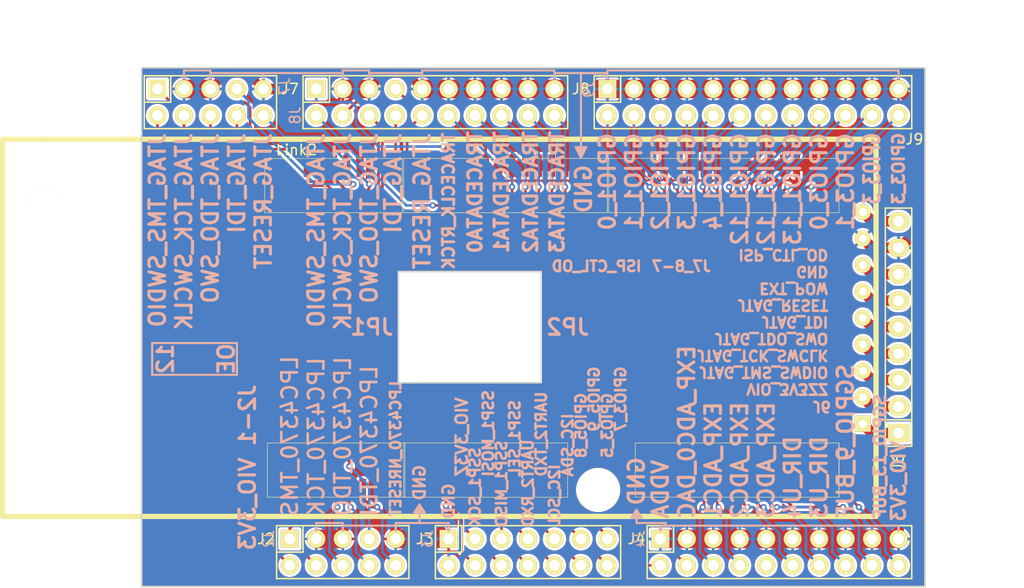
<source format=kicad_pcb>
(kicad_pcb (version 20221018) (generator pcbnew)
  (layers (0 "F.Cu" signal) (31 "B.Cu" signal) (34 "B.Paste" user) (35 "F.Paste" user) (36 "B.SilkS" user "B.Silkscreen") (37 "F.SilkS" user "F.Silkscreen") (38 "B.Mask" user) (39 "F.Mask" user) (44 "Edge.Cuts" user))
  (net 0 "")
  (net 1 "Net-(J2-Pad1)")
  (net 2 "Net-(J2-Pad2)")
  (net 3 "GND")
  (net 4 "Net-(J2-Pad4)")
  (net 5 "Net-(J2-Pad6)")
  (net 6 "Net-(J2-Pad7)")
  (net 7 "Net-(J2-Pad8)")
  (net 8 "Net-(J2-Pad10)")
  (net 9 "Net-(J3-Pad2)")
  (net 10 "Net-(J3-Pad3)")
  (net 11 "Net-(J3-Pad4)")
  (net 12 "Net-(J3-Pad5)")
  (net 13 "Net-(J3-Pad6)")
  (net 14 "Net-(J3-Pad7)")
  (net 15 "Net-(J3-Pad8)")
  (net 16 "Net-(J3-Pad9)")
  (net 17 "Net-(J3-Pad10)")
  (net 18 "Net-(J3-Pad11)")
  (net 19 "Net-(J3-Pad12)")
  (net 20 "Net-(J3-Pad13)")
  (net 21 "Net-(J3-Pad14)")
  (net 22 "Net-(J4-Pad2)")
  (net 23 "Net-(J4-Pad4)")
  (net 24 "Net-(J4-Pad6)")
  (net 25 "Net-(J4-Pad8)")
  (net 26 "Net-(J4-Pad12)")
  (net 27 "Net-(J4-Pad14)")
  (net 28 "Net-(J4-Pad16)")
  (net 29 "Net-(J4-Pad18)")
  (net 30 "Net-(J4-Pad20)")
  (net 31 "Net-(J7-Pad1)")
  (net 32 "Net-(J7-Pad2)")
  (net 33 "Net-(J7-Pad4)")
  (net 34 "Net-(J7-Pad6)")
  (net 35 "Net-(J7-Pad7)")
  (net 36 "Net-(J7-Pad8)")
  (net 37 "Net-(J7-Pad10)")
  (net 38 "Net-(J8-Pad1)")
  (net 39 "Net-(J8-Pad2)")
  (net 40 "Net-(J8-Pad4)")
  (net 41 "Net-(J8-Pad6)")
  (net 42 "Net-(J8-Pad7)")
  (net 43 "Net-(J8-Pad8)")
  (net 44 "Net-(J8-Pad10)")
  (net 45 "Net-(J8-Pad12)")
  (net 46 "Net-(J8-Pad14)")
  (net 47 "Net-(J8-Pad16)")
  (net 48 "Net-(J8-Pad18)")
  (net 49 "Net-(J8-Pad20)")
  (net 50 "Net-(J9-Pad2)")
  (net 51 "Net-(J9-Pad4)")
  (net 52 "Net-(J9-Pad6)")
  (net 53 "Net-(J9-Pad8)")
  (net 54 "Net-(J9-Pad10)")
  (net 55 "Net-(J9-Pad12)")
  (net 56 "Net-(J9-Pad14)")
  (net 57 "Net-(J9-Pad16)")
  (net 58 "Net-(J9-Pad18)")
  (net 59 "Net-(J9-Pad20)")
  (net 60 "Net-(J9-Pad22)")
  (net 61 "Net-(J9-Pad24)")
  (net 62 "Net-(J6-Pad1)")
  (net 63 "Net-(J6-Pad2)")
  (net 64 "Net-(J6-Pad3)")
  (net 65 "Net-(J6-Pad4)")
  (net 66 "Net-(J6-Pad5)")
  (net 67 "Net-(J6-Pad6)")
  (net 68 "Net-(J6-Pad7)")
  (net 69 "Net-(J6-Pad9)")
  (footprint "Socket_Strips:Socket_Strip_Straight_2x05" (layer "F.Cu") (at 163.551 114.376 180)
    (fp_text reference "J2")
    (fp_text value "CONN_02X05" hide)
  )
  (footprint "Socket_Strips:Socket_Strip_Straight_2x07" (layer "F.Cu") (at 181.331 114.376 180)
    (fp_text reference "J3")
    (fp_text value "CONN_02X07" hide)
  )
  (footprint "Socket_Strips:Socket_Strip_Straight_2x10" (layer "F.Cu") (at 205.461 114.376 180)
    (fp_text reference "J4")
    (fp_text value "CONN_02X10" hide)
  )
  (footprint "Socket_Strips:Socket_Strip_Straight_2x05" (layer "F.Cu") (at 150.851 71.1962 180)
    (fp_text reference "J7")
    (fp_text value "CONN_02X05" hide)
  )
  (footprint "Socket_Strips:Socket_Strip_Straight_2x10" (layer "F.Cu") (at 172.441 71.1962 180)
    (fp_text reference "J8")
    (fp_text value "CONN_02X10" hide)
  )
  (footprint "Socket_Strips:Socket_Strip_Straight_2x12" (layer "F.Cu") (at 202.921 71.1962 180)
    (fp_text reference "J9")
    (fp_text value "CONN_02X12" hide)
  )
  (footprint "MCU:LPCLink2_Base-SMT" (layer "F.Cu") (at 171.806 96.5962)
    (fp_text reference "Link2")
    (fp_text value "LPCLink2")
  )
  (footprint "Socket_Strips:Socket_Strip_Straight_1x09" (layer "F.Cu") (at 216.891 92.7862 -90)
    (fp_text reference "J6")
    (fp_text value "CONN_01X09" hide)
  )
  (footprint "logo:logo_F_Cu_h2.3" (layer "F.Cu") (at 146.7866 107.0102 90)
    (fp_text reference "G***" hide)
    (fp_text value "LOGO" hide)
  )
  (gr_line (start 163.5506 68.9102) (end 163.5506 68.1482) (stroke (width 0.2)) (layer "B.SilkS"))
  (gr_line (start 153.3906 97.3582) (end 145.2626 97.3582) (stroke (width 0.2)) (layer "B.SilkS"))
  (gr_line (start 163.5506 68.1482) (end 166.0906 68.1482) (stroke (width 0.2)) (layer "B.SilkS"))
  (gr_line (start 186.4106 76.2762) (end 186.6646 76.0222) (stroke (width 0.2)) (layer "B.SilkS"))
  (gr_line (start 170.9166 111.5822) (end 170.9166 109.8042) (stroke (width 0.2)) (layer "B.SilkS"))
  (gr_line (start 186.6646 76.0222) (end 186.1566 76.0222) (stroke (width 0.2)) (layer "B.SilkS"))
  (gr_line (start 186.4106 76.5302) (end 185.9026 75.5142) (stroke (width 0.2)) (layer "B.SilkS"))
  (gr_line (start 186.6646 75.5142) (end 186.6646 75.7682) (stroke (width 0.2)) (layer "B.SilkS"))
  (gr_line (start 188.9506 68.1482) (end 216.8906 68.1482) (stroke (width 0.2)) (layer "B.SilkS"))
  (gr_line (start 170.6626 110.5662) (end 171.1706 110.5662) (stroke (width 0.2)) (layer "B.SilkS"))
  (gr_line (start 161.0106 111.5822) (end 163.5506 111.5822) (stroke (width 0.2)) (layer "B.SilkS"))
  (gr_line (start 191.7446 111.5822) (end 191.7446 110.3122) (stroke (width 0.2)) (layer "B.SilkS"))
  (gr_line (start 191.4906 110.8202) (end 191.4906 111.0742) (stroke (width 0.2)) (layer "B.SilkS"))
  (gr_line (start 186.4106 68.4022) (end 186.4106 76.0222) (stroke (width 0.2)) (layer "B.SilkS"))
  (gr_line (start 170.9166 110.0582) (end 170.6626 110.5662) (stroke (width 0.2)) (layer "B.SilkS"))
  (gr_line (start 192.2526 111.0742) (end 191.2366 111.0742) (stroke (width 0.2)) (layer "B.SilkS"))
  (gr_line (start 145.2626 94.3102) (end 145.2626 97.3582) (stroke (width 0.2)) (layer "B.SilkS"))
  (gr_line (start 171.1706 110.5662) (end 170.6626 110.5662) (stroke (width 0.2)) (layer "B.SilkS"))
  (gr_line (start 186.1566 75.7682) (end 186.1566 75.5142) (stroke (width 0.2)) (layer "B.SilkS"))
  (gr_line (start 170.6626 110.5662) (end 170.4086 110.5662) (stroke (width 0.2)) (layer "B.SilkS"))
  (gr_line (start 148.3106 68.9102) (end 148.3106 68.1482) (stroke (width 0.2)) (layer "B.SilkS"))
  (gr_line (start 163.5506 111.5822) (end 163.5506 112.3442) (stroke (width 0.2)) (layer "B.SilkS"))
  (gr_line (start 150.8506 68.4022) (end 155.9306 68.4022) (stroke (width 0.2)) (layer "B.SilkS"))
  (gr_line (start 216.8906 68.1482) (end 216.8906 68.9102) (stroke (width 0.2)) (layer "B.SilkS"))
  (gr_line (start 168.6306 111.8362) (end 168.6306 112.3442) (stroke (width 0.2)) (layer "B.SilkS"))
  (gr_line (start 194.0306 111.8362) (end 216.8906 111.8362) (stroke (width 0.2)) (layer "B.SilkS"))
  (gr_line (start 155.9306 68.4022) (end 163.5506 68.4022) (stroke (width 0.2)) (layer "B.SilkS"))
  (gr_line (start 171.1706 110.5662) (end 170.9166 110.3122) (stroke (width 0.2)) (layer "B.SilkS"))
  (gr_line (start 171.1706 68.1482) (end 183.8706 68.1482) (stroke (width 0.2)) (layer "B.SilkS"))
  (gr_line (start 173.7106 112.3442) (end 173.7106 111.5822) (stroke (width 0.2)) (layer "B.SilkS"))
  (gr_line (start 145.2626 94.3102) (end 153.3906 94.3102) (stroke (width 0.2)) (layer "B.SilkS"))
  (gr_line (start 186.1566 76.0222) (end 186.1566 75.7682) (stroke (width 0.2)) (layer "B.SilkS"))
  (gr_line (start 186.4106 76.0222) (end 186.6646 75.5142) (stroke (width 0.2)) (layer "B.SilkS"))
  (gr_line (start 194.5386 111.5822) (end 191.7446 111.5822) (stroke (width 0.2)) (layer "B.SilkS"))
  (gr_line (start 194.0306 112.3442) (end 194.0306 111.8362) (stroke (width 0.2)) (layer "B.SilkS"))
  (gr_line (start 183.8706 68.4022) (end 188.9506 68.4022) (stroke (width 0.2)) (layer "B.SilkS"))
  (gr_line (start 171.4246 110.5662) (end 170.9166 109.8042) (stroke (width 0.2)) (layer "B.SilkS"))
  (gr_line (start 188.9506 68.9102) (end 188.9506 68.1482) (stroke (width 0.2)) (layer "B.SilkS"))
  (gr_line (start 171.1706 110.3122) (end 171.1706 110.5662) (stroke (width 0.2)) (layer "B.SilkS"))
  (gr_line (start 191.4906 110.8202) (end 191.9986 111.0742) (stroke (width 0.2)) (layer "B.SilkS"))
  (gr_line (start 186.1566 75.5142) (end 186.4106 76.0222) (stroke (width 0.2)) (layer "B.SilkS"))
  (gr_line (start 153.3906 94.3102) (end 153.3906 97.3582) (stroke (width 0.2)) (layer "B.SilkS"))
  (gr_line (start 191.7446 110.5662) (end 191.9986 110.8202) (stroke (width 0.2)) (layer "B.SilkS"))
  (gr_line (start 191.7446 110.3122) (end 192.2526 111.0742) (stroke (width 0.2)) (layer "B.SilkS"))
  (gr_line (start 170.4086 110.5662) (end 170.6626 110.3122) (stroke (width 0.2)) (layer "B.SilkS"))
  (gr_line (start 186.4106 76.0222) (end 186.4106 76.2762) (stroke (width 0.2)) (layer "B.SilkS"))
  (gr_line (start 191.2366 111.0742) (end 191.7446 110.3122) (stroke (width 0.2)) (layer "B.SilkS"))
  (gr_line (start 170.9166 110.3122) (end 170.9166 110.0582) (stroke (width 0.2)) (layer "B.SilkS"))
  (gr_line (start 166.0906 68.1482) (end 166.0906 68.9102) (stroke (width 0.2)) (layer "B.SilkS"))
  (gr_line (start 170.4086 110.5662) (end 171.4246 110.5662) (stroke (width 0.2)) (layer "B.SilkS"))
  (gr_line (start 155.9306 68.4022) (end 155.9306 68.9102) (stroke (width 0.2)) (layer "B.SilkS"))
  (gr_line (start 191.9986 110.8202) (end 191.4906 110.8202) (stroke (width 0.2)) (layer "B.SilkS"))
  (gr_line (start 148.3106 68.1482) (end 150.8506 68.1482) (stroke (width 0.2)) (layer "B.SilkS"))
  (gr_line (start 170.6626 110.5662) (end 170.9166 110.0582) (stroke (width 0.2)) (layer "B.SilkS"))
  (gr_line (start 186.6646 75.7682) (end 186.4106 76.0222) (stroke (width 0.2)) (layer "B.SilkS"))
  (gr_line (start 191.9986 111.0742) (end 191.9986 110.8202) (stroke (width 0.2)) (layer "B.SilkS"))
  (gr_line (start 168.6306 111.5822) (end 168.6306 111.8362) (stroke (width 0.2)) (layer "B.SilkS"))
  (gr_line (start 170.9166 110.0582) (end 171.1706 110.3122) (stroke (width 0.2)) (layer "B.SilkS"))
  (gr_line (start 191.7446 110.5662) (end 191.4906 110.8202) (stroke (width 0.2)) (layer "B.SilkS"))
  (gr_line (start 183.8706 68.1482) (end 183.8706 68.9102) (stroke (width 0.2)) (layer "B.SilkS"))
  (gr_line (start 185.9026 75.5142) (end 186.9186 75.5142) (stroke (width 0.2)) (layer "B.SilkS"))
  (gr_line (start 216.8906 111.8362) (end 216.8906 112.3442) (stroke (width 0.2)) (layer "B.SilkS"))
  (gr_line (start 191.9986 110.8202) (end 191.7446 110.5662) (stroke (width 0.2)) (layer "B.SilkS"))
  (gr_line (start 150.8506 68.1482) (end 150.8506 68.9102) (stroke (width 0.2)) (layer "B.SilkS"))
  (gr_line (start 163.5506 111.8362) (end 168.6306 111.8362) (stroke (width 0.2)) (layer "B.SilkS"))
  (gr_line (start 166.0906 68.4022) (end 171.1706 68.4022) (stroke (width 0.2)) (layer "B.SilkS"))
  (gr_line (start 161.0106 112.3442) (end 161.0106 111.5822) (stroke (width 0.2)) (layer "B.SilkS"))
  (gr_line (start 188.9506 68.4022) (end 186.4106 68.4022) (stroke (width 0.2)) (layer "B.SilkS"))
  (gr_line (start 171.1706 68.9102) (end 171.1706 68.1482) (stroke (width 0.2)) (layer "B.SilkS"))
  (gr_line (start 186.9186 75.5142) (end 186.4106 76.5302) (stroke (width 0.2)) (layer "B.SilkS"))
  (gr_line (start 170.9166 109.8042) (end 170.4086 110.5662) (stroke (width 0.2)) (layer "B.SilkS"))
  (gr_line (start 173.7106 111.5822) (end 168.6306 111.5822) (stroke (width 0.2)) (layer "B.SilkS"))
  (gr_line (start 194.5386 111.8362) (end 194.5386 111.5822) (stroke (width 0.2)) (layer "B.SilkS"))
  (gr_line (start 144.2466 67.8942) (end 144.2466 117.6782) (stroke (width 0.15)) (layer "Edge.Cuts"))
  (gr_line (start 197.0786 117.6782) (end 161.7726 117.6782) (stroke (width 0.15)) (layer "Edge.Cuts"))
  (gr_line (start 182.6006 98.1202) (end 168.8846 98.1202) (stroke (width 0.15)) (layer "Edge.Cuts"))
  (gr_line (start 198.6026 67.8942) (end 219.4306 67.8942) (stroke (width 0.15)) (layer "Edge.Cuts"))
  (gr_line (start 173.7106 67.8942) (end 198.6026 67.8942) (stroke (width 0.15)) (layer "Edge.Cuts"))
  (gr_line (start 219.4306 117.6782) (end 197.0786 117.6782) (stroke (width 0.15)) (layer "Edge.Cuts"))
  (gr_line (start 144.2466 67.8942) (end 173.7106 67.8942) (stroke (width 0.15)) (layer "Edge.Cuts"))
  (gr_line (start 219.4306 117.1702) (end 219.4306 117.6782) (stroke (width 0.15)) (layer "Edge.Cuts"))
  (gr_line (start 144.2466 117.6782) (end 161.7726 117.6782) (stroke (width 0.15)) (layer "Edge.Cuts"))
  (gr_line (start 219.4306 67.8942) (end 219.4306 117.1702) (stroke (width 0.15)) (layer "Edge.Cuts"))
  (gr_line (start 168.8846 87.4522) (end 182.6006 87.4522) (stroke (width 0.15)) (layer "Edge.Cuts"))
  (gr_line (start 182.6006 87.4522) (end 182.6006 98.1202) (stroke (width 0.15)) (layer "Edge.Cuts"))
  (gr_line (start 168.8846 87.4522) (end 168.8846 98.1202) (stroke (width 0.15)) (layer "Edge.Cuts"))
  (gr_text "DIR_U4" (at 206.7306 111.3282 90) (layer "B.SilkS") (effects (font (size 1.5 1.5) (thickness 0.3)) (justify right mirror)))
  (gr_text "LPC4370_TMS" (at 158.4706 111.0742 90) (layer "B.SilkS") (effects (font (size 1.5 1.5) (thickness 0.25)) (justify right mirror)))
  (gr_text "SSP1_MOSI" (at 177.5206 107.2642 90) (layer "B.SilkS") (effects (font (size 1 1) (thickness 0.25)) (justify right mirror)))
  (gr_text "GPIO5_8" (at 186.4106 105.4862 90) (layer "B.SilkS") (effects (font (size 1 1) (thickness 0.25)) (justify right mirror)))
  (gr_text "SSP1_SCK" (at 176.2506 112.0902 90) (layer "B.SilkS") (effects (font (size 1 1) (thickness 0.25)) (justify right mirror)))
  (gr_text "DIR_U3" (at 209.2706 111.3282 90) (layer "B.SilkS") (effects (font (size 1.5 1.5) (thickness 0.3)) (justify right mirror)))
  (gr_text "LPC4370_TCK" (at 161.0106 111.0742 90) (layer "B.SilkS") (effects (font (size 1.5 1.5) (thickness 0.25)) (justify right mirror)))
  (gr_text "J6" (at 209.5246 100.4062 180) (layer "B.SilkS") (effects (font (size 1 1) (thickness 0.25)) (justify mirror)))
  (gr_text "LPC4370_TDI" (at 166.0906 111.0742 90) (layer "B.SilkS") (effects (font (size 1.5 1.5) (thickness 0.25)) (justify right mirror)))
  (gr_text "GPIO1_4" (at 199.1106 73.9902 90) (layer "B.SilkS") (effects (font (size 1.5 1.5) (thickness 0.3)) (justify left mirror)))
  (gr_text "VIO_3V3" (at 216.8906 111.5822 90) (layer "B.SilkS") (effects (font (size 1.3 1.3) (thickness 0.275)) (justify right mirror)))
  (gr_text "GPIO5_9" (at 187.6806 102.9462 90) (layer "B.SilkS") (effects (font (size 1 1) (thickness 0.25)) (justify right mirror)))
  (gr_text "UART2_RXD" (at 181.3306 112.0902 90) (layer "B.SilkS") (effects (font (size 1 1) (thickness 0.25)) (justify right mirror)))
  (gr_text "GPIO1_12" (at 204.1906 73.9902 90) (layer "B.SilkS") (effects (font (size 1.5 1.5) (thickness 0.3)) (justify left mirror)))
  (gr_text "JTAG_TCK_SWCLK" (at 148.3106 73.9902 90) (layer "B.SilkS") (effects (font (size 1.5 1.5) (thickness 0.3)) (justify left mirror)))
  (gr_text "SSP1_SEL" (at 180.0606 107.2642 90) (layer "B.SilkS") (effects (font (size 1 1) (thickness 0.25)) (justify right mirror)))
  (gr_text "JTAG_TDI" (at 153.3906 73.9902 90) (layer "B.SilkS") (effects (font (size 1.5 1.5) (thickness 0.3)) (justify left mirror)))
  (gr_text "GND" (at 170.9166 109.5502 90) (layer "B.SilkS") (effects (font (size 1.1 1.1) (thickness 0.25)) (justify right mirror)))
  (gr_text "OE" (at 152.3746 95.8342 90) (layer "B.SilkS") (effects (font (size 1.5 1.5) (thickness 0.3)) (justify mirror)))
  (gr_text "JTAG_TDO_SWO" (at 150.8506 73.9902 90) (layer "B.SilkS") (effects (font (size 1.5 1.5) (thickness 0.3)) (justify left mirror)))
  (gr_text "GPIO1_0" (at 188.9506 73.9902 90) (layer "B.SilkS") (effects (font (size 1.5 1.5) (thickness 0.3)) (justify left mirror)))
  (gr_text "SGPIO_9_BUF" (at 211.8106 111.3282 90) (layer "B.SilkS") (effects (font (size 1.5 1.5) (thickness 0.3)) (justify right mirror)))
  (gr_text "SGPIO_13_BUF" (at 215.1126 111.3282 90) (layer "B.SilkS") (effects (font (size 1.1 1.1) (thickness 0.275)) (justify right mirror)))
  (gr_text "VIO_3V3Z" (at 174.9806 107.2642 90) (layer "B.SilkS") (effects (font (size 1.1 1.1) (thickness 0.25)) (justify right mirror)))
  (gr_text "GPIO1_12" (at 201.6506 73.9902 90) (layer "B.SilkS") (effects (font (size 1.5 1.5) (thickness 0.3)) (justify left mirror)))
  (gr_text "TRACEDATA3" (at 184.1246 79.8322 90) (layer "B.SilkS") (effects (font (size 1.3 1.3) (thickness 0.3)) (justify mirror)))
  (gr_text "JP1" (at 166.3446 92.7862) (layer "B.SilkS") (effects (font (size 1.5 1.5) (thickness 0.3)) (justify mirror)))
  (gr_text "JTAG_TMS_SWDIO" (at 145.7706 73.9902 90) (layer "B.SilkS") (effects (font (size 1.5 1.5) (thickness 0.3)) (justify left mirror)))
  (gr_text "GPIO1_13" (at 206.7306 73.9902 90) (layer "B.SilkS") (effects (font (size 1.5 1.5) (thickness 0.3)) (justify left mirror)))
  (gr_text "JTAG_TDI" (at 168.3766 73.9902 90) (layer "B.SilkS") (effects (font (size 1.5 1.5) (thickness 0.3)) (justify left mirror)))
  (gr_text "JTAG_TMS_SWDIO" (at 161.0106 73.9902 90) (layer "B.SilkS") (effects (font (size 1.5 1.5) (thickness 0.3)) (justify left mirror)))
  (gr_text "TRACECLK_RTCK" (at 173.7106 73.9902 90) (layer "B.SilkS") (effects (font (size 1.1 1.1) (thickness 0.275)) (justify left mirror)))
  (gr_text "GPIO3_0" (at 209.2706 73.9902 90) (layer "B.SilkS") (effects (font (size 1.5 1.5) (thickness 0.3)) (justify left mirror)))
  (gr_text "UART2_TXD" (at 182.6006 107.2642 90) (layer "B.SilkS") (effects (font (size 1 1) (thickness 0.25)) (justify right mirror)))
  (gr_text "GPIO3_5" (at 188.9506 105.4862 90) (layer "B.SilkS") (effects (font (size 1 1) (thickness 0.25)) (justify right mirror)))
  (gr_text "GPIO1_2" (at 194.0306 73.9902 90) (layer "B.SilkS") (effects (font (size 1.5 1.5) (thickness 0.3)) (justify left mirror)))
  (gr_text "GPIO3_1" (at 211.8106 73.9902 90) (layer "B.SilkS") (effects (font (size 1.5 1.5) (thickness 0.3)) (justify left mirror)))
  (gr_text "GPIO1_3" (at 196.5706 73.9902 90) (layer "B.SilkS") (effects (font (size 1.5 1.5) (thickness 0.3)) (justify left mirror)))
  (gr_text "JTAG_RESET" (at 171.1706 73.9902 90) (layer "B.SilkS") (effects (font (size 1.5 1.5) (thickness 0.3)) (justify left mirror)))
  (gr_text "I2C_SDA" (at 185.1406 107.2642 90) (layer "B.SilkS") (effects (font (size 1 1) (thickness 0.25)) (justify right mirror)))
  (gr_text "12" (at 146.5326 95.8342 90) (layer "B.SilkS") (effects (font (size 1.5 1.5) (thickness 0.3)) (justify mirror)))
  (gr_text "GPIO1_1" (at 191.4906 73.9902 90) (layer "B.SilkS") (effects (font (size 1.5 1.5) (thickness 0.3)) (justify left mirror)))
  (gr_text "J2-1 VIO_3V3" (at 154.4066 106.2482 90) (layer "B.SilkS") (effects (font (size 1.5 1.5) (thickness 0.3)) (justify mirror)))
  (gr_text "EXP_ADC2" (at 201.6506 111.3282 90) (layer "B.SilkS") (effects (font (size 1.5 1.5) (thickness 0.3)) (justify right mirror)))
  (gr_text "JP2" (at 185.1406 92.7862) (layer "B.SilkS") (effects (font (size 1.5 1.5) (thickness 0.3)) (justify mirror)))
  (gr_text "VIO_3V3ZZ\nJTAG_TMS_SWDIO\nJTAG_TCK_SWCLK\nJTAG_TDO_SWO\nJTAG_TDI\nJTAG_RESET\nEXT_POW\nGND\nISP_CTL_OD" (at 210.2866 92.2782 180) (layer "B.SilkS") (effects (font (size 1 1) (thickness 0.25)) (justify right mirror)))
  (gr_text "GPIO3_3" (at 214.3506 73.9902 90) (layer "B.SilkS") (effects (font (size 1.5 1.1) (thickness 0.275)) (justify left mirror)))
  (gr_text "GND" (at 186.6646 77.0382 90) (layer "B.SilkS") (effects (font (size 1.5 1.5) (thickness 0.3)) (justify left mirror)))
  (gr_text "EXP_ADC1" (at 199.1106 111.3282 90) (layer "B.SilkS") (effects (font (size 1.5 1.5) (thickness 0.3)) (justify right mirror)))
  (gr_text "GPIO3_3" (at 216.8906 73.9902 90) (layer "B.SilkS") (effects (font (size 1.1 1.1) (thickness 0.275)) (justify left mirror)))
  (gr_text "I2C_SCL" (at 183.8706 112.0902 90) (layer "B.SilkS") (effects (font (size 1 1) (thickness 0.25)) (justify right mirror)))
  (gr_text "J7_8-7　ISP_CTL_OD" (at 191.2366 86.9442) (layer "B.SilkS") (effects (font (size 1 1) (thickness 0.25)) (justify mirror)))
  (gr_text "SSP1_MISO" (at 178.7906 112.0902 90) (layer "B.SilkS") (effects (font (size 1 1) (thickness 0.25)) (justify right mirror)))
  (gr_text "TRACEDATA2" (at 181.5846 79.8322 90) (layer "B.SilkS") (effects (font (size 1.3 1.3) (thickness 0.3)) (justify mirror)))
  (gr_text "GND" (at 173.7106 111.3282 90) (layer "B.SilkS") (effects (font (size 1.1 1.1) (thickness 0.25)) (justify right mirror)))
  (gr_text "TRACEDATA0" (at 176.2506 79.8322 90) (layer "B.SilkS") (effects (font (size 1.3 1.3) (thickness 0.3)) (justify mirror)))
  (gr_text "JTAG_RESET" (at 155.9306 73.9902 90) (layer "B.SilkS") (effects (font (size 1.5 1.5) (thickness 0.3)) (justify left mirror)))
  (gr_text "GPIO3_7" (at 190.2206 102.9462 90) (layer "B.SilkS") (effects (font (size 1 1) (thickness 0.25)) (justify right mirror)))
  (gr_text "LPC4370_TDO" (at 163.5506 111.0742 90) (layer "B.SilkS") (effects (font (size 1.5 1.5) (thickness 0.25)) (justify right mirror)))
  (gr_text "TRACEDATA1" (at 178.7906 79.8322 90) (layer "B.SilkS") (effects (font (size 1.3 1.3) (thickness 0.3)) (justify mirror)))
  (gr_text "JTAG_TCK_SWCLK" (at 163.5506 73.9902 90) (layer "B.SilkS") (effects (font (size 1.5 1.5) (thickness 0.3)) (justify left mirror)))
  (gr_text "EXP_ADC3" (at 204.1906 111.3282 90) (layer "B.SilkS") (effects (font (size 1.5 1.5) (thickness 0.3)) (justify right mirror)))
  (gr_text "JTAG_TDO_SWO" (at 166.0906 73.9902 90) (layer "B.SilkS") (effects (font (size 1.5 1.5) (thickness 0.3)) (justify left mirror)))
  (gr_text "VDDA" (at 194.0306 111.3282 90) (layer "B.SilkS") (effects (font (size 1.5 1.5) (thickness 0.3)) (justify right mirror)))
  (gr_text "EXP_ADC0_DAC" (at 196.5706 111.3282 90) (layer "B.SilkS") (effects (font (size 1.5 1.5) (thickness 0.3)) (justify right mirror)))
  (gr_text "LPC4370_NRESET" (at 168.6306 111.0742 90) (layer "B.SilkS") (effects (font (size 1 1) (thickness 0.25)) (justify right mirror)))
  (gr_text "GND" (at 191.7446 110.0582 90) (layer "B.SilkS") (effects (font (size 1.5 1.5) (thickness 0.3)) (justify right mirror)))
  (segment (start 161.0106 106.5611) (end 161.0106 109.5502) (width 0.254) (layer "F.Cu") (net 1))
  (segment (start 160.376 104.5972) (end 160.376 105.9265) (width 0.254) (layer "F.Cu") (net 1))
  (segment (start 158.471 112.0898) (end 158.471 113.106) (width 0.254) (layer "F.Cu") (net 1))
  (segment (start 160.376 105.9265) (end 161.0106 106.5611) (width 0.254) (layer "F.Cu") (net 1))
  (segment (start 161.0106 109.5502) (end 158.471 112.0898) (width 0.254) (layer "F.Cu") (net 1))
  (segment (start 157.7086 114.8842) (end 157.2006 114.3762) (width 0.254) (layer "F.Cu") (net 2))
  (segment (start 158.471 115.646) (end 157.7092 114.8842) (width 0.254) (layer "F.Cu") (net 2))
  (segment (start 157.2006 114.3762) (end 157.2006 111.5822) (width 0.254) (layer "F.Cu") (net 2))
  (segment (start 160.3756 108.4072) (end 160.376 108.4072) (width 0.254) (layer "F.Cu") (net 2))
  (segment (start 157.7092 114.8842) (end 157.7086 114.8842) (width 0.254) (layer "F.Cu") (net 2))
  (segment (start 157.2006 111.5822) (end 160.3756 108.4072) (width 0.254) (layer "F.Cu") (net 2))
  (segment (start 165.202 75.9591) (end 164.6403 75.3974) (width 0.762) (layer "F.Cu") (net 3))
  (segment (start 217.043 85.1662) (end 216.891 85.1662) (width 1.016) (layer "F.Cu") (net 3))
  (segment (start 173.457 104.5972) (end 173.457 102.895895) (width 1.016) (layer "F.Cu") (net 3))
  (segment (start 194.412 77.2922) (end 193.142 77.2922) (width 1.016) (layer "F.Cu") (net 3))
  (segment (start 181.077 77.2922) (end 182.347 77.2922) (width 1.016) (layer "F.Cu") (net 3))
  (segment (start 171.112 110.528) (end 173.69 113.106) (width 1.016) (layer "F.Cu") (net 3))
  (segment (start 173.69 113.106) (end 173.711 113.106) (width 1.016) (layer "F.Cu") (net 3))
  (segment (start 173.4568 104.597) (end 173.457 104.5972) (width 0.254) (layer "F.Cu") (net 3))
  (segment (start 167.551 68.4657) (end 166.954 69.0626) (width 0.762) (layer "F.Cu") (net 3))
  (segment (start 179.172 77.2922) (end 179.807 77.2922) (width 1.016) (layer "F.Cu") (net 3))
  (segment (start 161.392 76.045) (end 161.392 77.2922) (width 1.016) (layer "F.Cu") (net 3))
  (segment (start 210.8291 104.597) (end 207.1122 104.597) (width 1.016) (layer "F.Cu") (net 3))
  (segment (start 203.302 77.2922) (end 202.032 77.2922) (width 1.016) (layer "F.Cu") (net 3))
  (segment (start 161.011 113.106) (end 163.551 113.106) (width 1.778) (layer "F.Cu") (net 3))
  (segment (start 168.631 106.431) (end 166.797 104.597) (width 1.016) (layer "F.Cu") (net 3))
  (segment (start 150.851 69.9262) (end 152.311 68.4657) (width 0.762) (layer "F.Cu") (net 3))
  (segment (start 181.331 69.9262) (end 183.871 69.9262) (width 1.778) (layer "F.Cu") (net 3))
  (segment (start 171.171 69.9262) (end 169.71 68.4657) (width 0.762) (layer "F.Cu") (net 3))
  (segment (start 173.043 104.597) (end 173.4568 104.597) (width 0.254) (layer "F.Cu") (net 3))
  (segment (start 166.954 69.0626) (end 166.091 69.9262) (width 0.762) (layer "F.Cu") (net 3))
  (segment (start 196.952 104.597) (end 198.222 104.597) (width 1.016) (layer "F.Cu") (net 3))
  (segment (start 159.182 74.742) (end 160.736 74.742) (width 1.016) (layer "F.Cu") (net 3))
  (segment (start 155.067 69.0626) (end 155.931 69.9262) (width 0.762) (layer "F.Cu") (net 3))
  (segment (start 185.992 74.737) (end 184.887 75.8419) (width 1.016) (layer "F.Cu") (net 3))
  (segment (start 218.796 78.7957) (end 218.796 83.4136) (width 1.016) (layer "F.Cu") (net 3))
  (segment (start 211.811 69.9262) (end 214.351 69.9262) (width 1.778) (layer "F.Cu") (net 3))
  (segment (start 202.0318 104.597) (end 202.032 104.5972) (width 0.254) (layer "F.Cu") (net 3))
  (segment (start 214.351 113.106) (end 211.811 113.106) (width 1.778) (layer "F.Cu") (net 3))
  (segment (start 207.1122 104.597) (end 207.112 104.5972) (width 0.254) (layer "F.Cu") (net 3))
  (segment (start 158.389 70.9981) (end 158.389 71.0613) (width 1.016) (layer "F.Cu") (net 3))
  (segment (start 199.111 113.106) (end 196.571 113.106) (width 1.778) (layer "F.Cu") (net 3))
  (segment (start 201.651 113.106) (end 199.111 113.106) (width 1.778) (layer "F.Cu") (net 3))
  (segment (start 196.571 113.106) (end 194.031 113.106) (width 1.778) (layer "F.Cu") (net 3))
  (segment (start 200.762 112.217) (end 201.651 113.106) (width 1.016) (layer "F.Cu") (net 3))
  (segment (start 148.311 69.9262) (end 150.851 69.9262) (width 1.778) (layer "F.Cu") (net 3))
  (segment (start 164.1654 69.9262) (end 166.091 69.9262) (width 1.778) (layer "F.Cu") (net 3))
  (segment (start 158.389 71.0613) (end 158.389 73.9496) (width 1.016) (layer "F.Cu") (net 3))
  (segment (start 196.952 77.2922) (end 195.682 77.2922) (width 1.016) (layer "F.Cu") (net 3))
  (segment (start 204.572 77.2922) (end 203.302 77.2922) (width 1.016) (layer "F.Cu") (net 3))
  (segment (start 173.457 102.895895) (end 173.465696 102.887199) (width 1.016) (layer "F.Cu") (net 3))
  (segment (start 194.987599 102.887199) (end 204.135001 102.887199) (width 1.016) (layer "F.Cu") (net 3))
  (segment (start 216.891 106.942) (end 214.546 104.597) (width 1.016) (layer "F.Cu") (net 3))
  (segment (start 163.551 113.106) (end 163.551 112.088) (width 1.016) (layer "F.Cu") (net 3))
  (segment (start 165.456 104.5972) (end 165.456 102.930615) (width 1.016) (layer "F.Cu") (net 3))
  (segment (start 163.551 69.9262) (end 164.1654 69.9262) (width 1.778) (layer "F.Cu") (net 3))
  (segment (start 200.762 104.597) (end 202.0318 104.597) (width 1.016) (layer "F.Cu") (net 3))
  (segment (start 161.392 75.3974) (end 161.392 76.045) (width 1.016) (layer "F.Cu") (net 3))
  (segment (start 164.6403 75.3974) (end 161.392 75.3974) (width 0.762) (layer "F.Cu") (net 3))
  (segment (start 167.945 111.201) (end 168.615 111.872) (width 1.016) (layer "F.Cu") (net 3))
  (segment (start 200.762 108.4072) (end 200.762 112.217) (width 1.016) (layer "F.Cu") (net 3))
  (segment (start 200.762 77.2922) (end 199.492 77.2922) (width 1.016) (layer "F.Cu") (net 3))
  (segment (start 210.8291 86.9101) (end 213.462 84.2772) (width 0.254) (layer "F.Cu") (net 3))
  (segment (start 176.251 69.9262) (end 178.791 69.9262) (width 1.778) (layer "F.Cu") (net 3))
  (segment (start 200.762 104.5972) (end 200.762 108.4072) (width 1.016) (layer "F.Cu") (net 3))
  (segment (start 161.646 104.5972) (end 162.916 104.5972) (width 1.016) (layer "F.Cu") (net 3))
  (segment (start 209.271 113.106) (end 206.731 113.106) (width 1.778) (layer "F.Cu") (net 3))
  (segment (start 162.916 104.5972) (end 162.916 103.324198) (width 1.016) (layer "F.Cu") (net 3))
  (segment (start 193.142 77.2922) (end 184.887 77.2922) (width 1.016) (layer "F.Cu") (net 3))
  (segment (start 205.8422 104.597) (end 204.5722 104.597) (width 1.016) (layer "F.Cu") (net 3))
  (segment (start 168.631 113.106) (end 173.711 113.106) (width 1.778) (layer "F.Cu") (net 3))
  (segment (start 157.317 69.9262) (end 158.389 70.9981) (width 1.016) (layer "F.Cu") (net 3))
  (segment (start 164.437 111.201) (end 167.945 111.201) (width 1.016) (layer "F.Cu") (net 3))
  (segment (start 164.1654 69.9262) (end 162.8954 71.1962) (width 0.254) (layer "F.Cu") (net 3))
  (segment (start 217.292 77.2922) (end 207.112 77.2922) (width 1.016) (layer "F.Cu") (net 3))
  (segment (start 210.8291 104.597) (end 210.8291 86.9101) (width 0.254) (layer "F.Cu") (net 3))
  (segment (start 218.796 83.4136) (end 217.043 85.1662) (width 1.016) (layer "F.Cu") (net 3))
  (segment (start 209.271 69.9262) (end 211.811 69.9262) (width 1.778) (layer "F.Cu") (net 3))
  (segment (start 196.571 69.9262) (end 199.111 69.9262) (width 1.778) (layer "F.Cu") (net 3))
  (segment (start 204.572 103.324198) (end 204.572 104.5972) (width 1.016) (layer "F.Cu") (net 3))
  (segment (start 216.891 113.106) (end 214.351 113.106) (width 1.778) (layer "F.Cu") (net 3))
  (segment (start 218.796 71.8312) (end 218.796 78.7957) (width 1.016) (layer "F.Cu") (net 3))
  (segment (start 205.842 77.2922) (end 204.572 77.2922) (width 1.016) (layer "F.Cu") (net 3))
  (segment (start 158.5239 71.1962) (end 158.389 71.0613) (width 0.254) (layer "F.Cu") (net 3))
  (segment (start 165.499416 102.887199) (end 173.465696 102.887199) (width 1.016) (layer "F.Cu") (net 3))
  (segment (start 168.615 113.091) (end 168.631 113.106) (width 1.016) (layer "F.Cu") (net 3))
  (segment (start 178.791 69.9262) (end 181.331 69.9262) (width 1.778) (layer "F.Cu") (net 3))
  (segment (start 168.631 113.106) (end 168.631 106.431) (width 1.016) (layer "F.Cu") (net 3))
  (segment (start 199.111 69.9262) (end 201.651 69.9262) (width 1.778) (layer "F.Cu") (net 3))
  (segment (start 199.492 104.597) (end 200.762 104.597) (width 1.016) (layer "F.Cu") (net 3))
  (segment (start 165.456 102.930615) (end 165.499416 102.887199) (width 1.016) (layer "F.Cu") (net 3))
  (segment (start 162.916 103.324198) (end 163.352999 102.887199) (width 1.016) (layer "F.Cu") (net 3))
  (segment (start 195.682 77.2922) (end 194.412 77.2922) (width 1.016) (layer "F.Cu") (net 3))
  (segment (start 173.465696 102.887199) (end 194.987599 102.887199) (width 1.016) (layer "F.Cu") (net 3))
  (segment (start 152.311 68.4657) (end 154.47 68.4657) (width 0.762) (layer "F.Cu") (net 3))
  (segment (start 204.191 69.9262) (end 206.731 69.9262) (width 1.778) (layer "F.Cu") (net 3))
  (segment (start 204.135001 102.887199) (end 204.572 103.324198) (width 1.016) (layer "F.Cu") (net 3))
  (segment (start 173.711 69.9262) (end 176.251 69.9262) (width 1.778) (layer "F.Cu") (net 3))
  (segment (start 165.456 104.5972) (end 166.7968 104.5972) (width 1.016) (layer "F.Cu") (net 3))
  (segment (start 171.171 69.9262) (end 173.711 69.9262) (width 1.778) (layer "F.Cu") (net 3))
  (segment (start 205.8422 104.597) (end 205.842 104.5972) (width 0.254) (layer "F.Cu") (net 3))
  (segment (start 173.043 104.597) (end 171.112 106.528) (width 1.016) (layer "F.Cu") (net 3))
  (segment (start 211.811 113.106) (end 209.271 113.106) (width 1.778) (layer "F.Cu") (net 3))
  (segment (start 188.951 69.9262) (end 184.762 69.9262) (width 1.778) (layer "F.Cu") (net 3))
  (segment (start 171.112 106.528) (end 171.112 110.528) (width 1.016) (layer "F.Cu") (net 3))
  (segment (start 195.682 104.597) (end 195.682 104.5972) (width 0.254) (layer "F.Cu") (net 3))
  (segment (start 204.191 113.106) (end 201.651 113.106) (width 1.778) (layer "F.Cu") (net 3))
  (segment (start 200.762 104.597) (end 200.762 104.5972) (width 1.016) (layer "F.Cu") (net 3))
  (segment (start 204.5722 104.597) (end 204.572 104.5972) (width 0.254) (layer "F.Cu") (net 3))
  (segment (start 179.807 77.2922) (end 181.077 77.2922) (width 1.016) (layer "F.Cu") (net 3))
  (segment (start 174.727 77.2922) (end 175.997 77.2922) (width 1.016) (layer "F.Cu") (net 3))
  (segment (start 216.891 85.1662) (end 214.351 85.1662) (width 1.016) (layer "F.Cu") (net 3))
  (segment (start 161.392 77.2922) (end 162.662 77.2922) (width 1.016) (layer "F.Cu") (net 3))
  (segment (start 202.032 77.2922) (end 200.762 77.2922) (width 1.016) (layer "F.Cu") (net 3))
  (segment (start 169.71 68.4657) (end 167.551 68.4657) (width 0.762) (layer "F.Cu") (net 3))
  (segment (start 166.7968 104.5972) (end 166.797 104.597) (width 1.016) (layer "F.Cu") (net 3))
  (segment (start 214.351 69.9262) (end 216.891 69.9262) (width 1.778) (layer "F.Cu") (net 3))
  (segment (start 214.546 104.597) (end 210.8291 104.597) (width 1.016) (layer "F.Cu") (net 3))
  (segment (start 182.347 77.2922) (end 183.617 77.2922) (width 1.016) (layer "F.Cu") (net 3))
  (segment (start 207.1122 104.597) (end 205.8422 104.597) (width 1.016) (layer "F.Cu") (net 3))
  (segment (start 198.222 104.597) (end 199.492 104.597) (width 1.016) (layer "F.Cu") (net 3))
  (segment (start 206.731 113.106) (end 204.191 113.106) (width 1.778) (layer "F.Cu") (net 3))
  (segment (start 194.987599 102.887199) (end 195.682 103.5816) (width 1.016) (layer "F.Cu") (net 3))
  (segment (start 204.5722 104.597) (end 204.572 104.597) (width 1.016) (layer "F.Cu") (net 3))
  (segment (start 191.491 69.9262) (end 194.031 69.9262) (width 1.778) (layer "F.Cu") (net 3))
  (segment (start 184.762 69.9262) (end 183.871 69.9262) (width 1.778) (layer "F.Cu") (net 3))
  (segment (start 184.887 75.8419) (end 184.887 77.2922) (width 1.016) (layer "F.Cu") (net 3))
  (segment (start 154.47 68.4657) (end 155.067 69.0626) (width 0.762) (layer "F.Cu") (net 3))
  (segment (start 163.352999 102.887199) (end 165.499416 102.887199) (width 1.016) (layer "F.Cu") (net 3))
  (segment (start 195.682 104.597) (end 196.952 104.597) (width 1.016) (layer "F.Cu") (net 3))
  (segment (start 178.537 77.2922) (end 179.172 77.2922) (width 1.016) (layer "F.Cu") (net 3))
  (segment (start 165.202 77.2922) (end 165.202 75.9591) (width 0.762) (layer "F.Cu") (net 3))
  (segment (start 206.731 69.9262) (end 209.271 69.9262) (width 1.778) (layer "F.Cu") (net 3))
  (segment (start 183.871 69.9262) (end 184.762 69.9262) (width 1.016) (layer "F.Cu") (net 3))
  (segment (start 216.891 69.9262) (end 218.796 71.8312) (width 1.016) (layer "F.Cu") (net 3))
  (segment (start 166.797 104.597) (end 173.043 104.597) (width 1.016) (layer "F.Cu") (net 3))
  (segment (start 196.952 104.597) (end 196.952 104.5972) (width 0.254) (layer "F.Cu") (net 3))
  (segment (start 161.392 76.045) (end 161.4741 75.9629) (width 0.254) (layer "F.Cu") (net 3))
  (segment (start 218.796 78.7957) (end 217.292 77.2922) (width 1.016) (layer "F.Cu") (net 3))
  (segment (start 201.651 69.9262) (end 204.191 69.9262) (width 1.778) (layer "F.Cu") (net 3))
  (segment (start 216.891 113.106) (end 216.891 106.942) (width 1.016) (layer "F.Cu") (net 3))
  (segment (start 199.492 77.2922) (end 198.222 77.2922) (width 1.016) (layer "F.Cu") (net 3))
  (segment (start 195.682 103.5816) (end 195.682 104.5972) (width 1.016) (layer "F.Cu") (net 3))
  (segment (start 168.615 111.872) (end 168.615 113.091) (width 1.016) (layer "F.Cu") (net 3))
  (segment (start 162.8954 71.1962) (end 158.5239 71.1962) (width 0.254) (layer "F.Cu") (net 3))
  (segment (start 158.389 73.9496) (end 159.182 74.742) (width 1.016) (layer "F.Cu") (net 3))
  (segment (start 207.112 77.2922) (end 205.842 77.2922) (width 1.016) (layer "F.Cu") (net 3))
  (segment (start 163.551 112.088) (end 164.437 111.201) (width 1.016) (layer "F.Cu") (net 3))
  (segment (start 160.736 74.742) (end 161.392 75.3974) (width 1.016) (layer "F.Cu") (net 3))
  (segment (start 198.222 77.2922) (end 196.952 77.2922) (width 1.016) (layer "F.Cu") (net 3))
  (segment (start 183.617 77.2922) (end 184.887 77.2922) (width 1.016) (layer "F.Cu") (net 3))
  (segment (start 184.762 69.9262) (end 185.992 71.1556) (width 1.016) (layer "F.Cu") (net 3))
  (segment (start 188.951 69.9262) (end 191.491 69.9262) (width 1.778) (layer "F.Cu") (net 3))
  (segment (start 198.222 104.597) (end 198.222 104.5972) (width 0.254) (layer "F.Cu") (net 3))
  (segment (start 214.351 85.1662) (end 213.462 84.2772) (width 1.016) (layer "F.Cu") (net 3))
  (segment (start 202.0318 104.597) (end 202.032 104.597) (width 1.016) (layer "F.Cu") (net 3))
  (segment (start 185.992 71.1556) (end 185.992 74.737) (width 1.016) (layer "F.Cu") (net 3))
  (segment (start 194.031 69.9262) (end 196.571 69.9262) (width 1.778) (layer "F.Cu") (net 3))
  (segment (start 199.492 104.597) (end 199.492 104.5972) (width 0.254) (layer "F.Cu") (net 3))
  (segment (start 155.931 69.9262) (end 157.317 69.9262) (width 1.016) (layer "F.Cu") (net 3))
  (segment (start 159.7406 114.3762) (end 159.7406 111.7411) (width 0.254) (layer "F.Cu") (net 4))
  (segment (start 159.7406 111.7411) (end 161.646 109.8357) (width 0.254) (layer "F.Cu") (net 4))
  (segment (start 160.7572 115.3922) (end 160.7566 115.3922) (width 0.254) (layer "F.Cu") (net 4))
  (segment (start 160.7566 115.3922) (end 159.7406 114.3762) (width 0.254) (layer "F.Cu") (net 4))
  (segment (start 161.646 109.8357) (end 161.646 108.4072) (width 0.254) (layer "F.Cu") (net 4))
  (segment (start 161.011 115.646) (end 160.7572 115.3922) (width 0.254) (layer "F.Cu") (net 4))
  (segment (start 162.916 108.4072) (end 162.916 109.9316) (width 0.254) (layer "F.Cu") (net 5))
  (segment (start 162.916 109.9316) (end 163.0426 110.0582) (width 0.254) (layer "F.Cu") (net 5))
  (via (at 163.0426 110.0582) (size 0.6) (drill 0.3) (layers "F.Cu" "B.Cu") (net 5))
  (segment (start 163.551 115.646) (end 162.2806 114.3756) (width 0.254) (layer "B.Cu") (net 5))
  (segment (start 162.2806 114.3756) (end 162.2806 110.8202) (width 0.254) (layer "B.Cu") (net 5))
  (segment (start 162.742601 110.358199) (end 163.0426 110.0582) (width 0.254) (layer "B.Cu") (net 5))
  (segment (start 162.2806 110.8202) (end 162.742601 110.358199) (width 0.254) (layer "B.Cu") (net 5))
  (segment (start 164.186 106.1366) (end 164.186 104.5972) (width 0.254) (layer "F.Cu") (net 6))
  (via (at 164.186 106.1366) (size 0.6) (drill 0.3) (layers "F.Cu" "B.Cu") (net 6))
  (segment (start 166.091 113.106) (end 166.091 108.0416) (width 0.254) (layer "B.Cu") (net 6))
  (segment (start 166.091 108.0416) (end 164.186 106.1366) (width 0.254) (layer "B.Cu") (net 6))
  (segment (start 164.186 108.4072) (end 164.186 109.9316) (width 0.254) (layer "F.Cu") (net 7))
  (segment (start 164.186 109.9316) (end 164.3126 110.0582) (width 0.254) (layer "F.Cu") (net 7))
  (via (at 164.3126 110.0582) (size 0.6) (drill 0.3) (layers "F.Cu" "B.Cu") (net 7))
  (segment (start 164.612599 110.358199) (end 164.3126 110.0582) (width 0.254) (layer "B.Cu") (net 7))
  (segment (start 164.8206 114.3756) (end 164.8206 110.5662) (width 0.254) (layer "B.Cu") (net 7))
  (segment (start 164.8206 110.5662) (end 164.612599 110.358199) (width 0.254) (layer "B.Cu") (net 7))
  (segment (start 166.091 115.646) (end 164.8206 114.3756) (width 0.254) (layer "B.Cu") (net 7))
  (segment (start 165.456 109.1572) (end 166.357 110.0582) (width 0.254) (layer "F.Cu") (net 8))
  (segment (start 166.357 110.0582) (end 166.428336 110.0582) (width 0.254) (layer "F.Cu") (net 8))
  (segment (start 166.428336 110.0582) (end 166.8526 110.0582) (width 0.254) (layer "F.Cu") (net 8))
  (segment (start 165.456 108.4072) (end 165.456 109.1572) (width 0.254) (layer "F.Cu") (net 8))
  (via (at 166.8526 110.0582) (size 0.6) (drill 0.3) (layers "F.Cu" "B.Cu") (net 8))
  (segment (start 168.631 115.646) (end 167.3606 114.3756) (width 0.254) (layer "B.Cu") (net 8))
  (segment (start 167.3606 110.5662) (end 167.152599 110.358199) (width 0.254) (layer "B.Cu") (net 8))
  (segment (start 167.152599 110.358199) (end 166.8526 110.0582) (width 0.254) (layer "B.Cu") (net 8))
  (segment (start 167.3606 114.3756) (end 167.3606 110.5662) (width 0.254) (layer "B.Cu") (net 8))
  (segment (start 173.457 109.9498) (end 173.457 108.4072) (width 0.254) (layer "F.Cu") (net 9))
  (via (at 173.457 109.9498) (size 0.6) (drill 0.3) (layers "F.Cu" "B.Cu") (net 9))
  (segment (start 174.4097 114.5281) (end 174.829 114.1088) (width 0.254) (layer "B.Cu") (net 9))
  (segment (start 174.829 111.3218) (end 173.457 109.9498) (width 0.254) (layer "B.Cu") (net 9))
  (segment (start 173.711 115.646) (end 173.711 114.5281) (width 0.254) (layer "B.Cu") (net 9))
  (segment (start 173.711 114.5281) (end 174.4097 114.5281) (width 0.254) (layer "B.Cu") (net 9))
  (segment (start 174.829 114.1088) (end 174.829 111.3218) (width 0.254) (layer "B.Cu") (net 9))
  (segment (start 174.727 105.9262) (end 174.727 104.5972) (width 0.254) (layer "F.Cu") (net 10))
  (segment (start 176.251 113.106) (end 175.3489 112.2039) (width 0.254) (layer "F.Cu") (net 10))
  (segment (start 175.3489 106.5484) (end 174.727 105.9265) (width 0.254) (layer "F.Cu") (net 10))
  (segment (start 174.727 105.9265) (end 174.727 105.9262) (width 0.254) (layer "F.Cu") (net 10))
  (segment (start 175.3489 112.2039) (end 175.3489 106.5484) (width 0.254) (layer "F.Cu") (net 10))
  (segment (start 174.96789 109.97709) (end 174.727 109.7362) (width 0.254) (layer "F.Cu") (net 11))
  (segment (start 176.251 115.646) (end 174.96789 114.36289) (width 0.254) (layer "F.Cu") (net 11))
  (segment (start 174.727 109.7362) (end 174.727 108.4072) (width 0.254) (layer "F.Cu") (net 11))
  (segment (start 174.96789 114.36289) (end 174.96789 109.97709) (width 0.254) (layer "F.Cu") (net 11))
  (segment (start 175.997 105.9265) (end 175.997 105.9262) (width 0.254) (layer "F.Cu") (net 12))
  (segment (start 175.997 105.9262) (end 175.997 104.5972) (width 0.254) (layer "F.Cu") (net 12))
  (segment (start 176.6316 109.725286) (end 176.6316 106.5611) (width 0.254) (layer "F.Cu") (net 12))
  (segment (start 178.791 113.106) (end 178.791 111.884686) (width 0.254) (layer "F.Cu") (net 12))
  (segment (start 178.791 111.884686) (end 176.6316 109.725286) (width 0.254) (layer "F.Cu") (net 12))
  (segment (start 176.6316 106.5611) (end 175.997 105.9265) (width 0.254) (layer "F.Cu") (net 12))
  (segment (start 177.5206 114.3756) (end 177.5206 112.3188) (width 0.254) (layer "F.Cu") (net 13))
  (segment (start 178.791 115.646) (end 177.5206 114.3756) (width 0.254) (layer "F.Cu") (net 13))
  (segment (start 175.997 110.7952) (end 175.997 108.4072) (width 0.254) (layer "F.Cu") (net 13))
  (segment (start 177.5206 112.3188) (end 175.997 110.7952) (width 0.254) (layer "F.Cu") (net 13))
  (segment (start 177.267 105.9265) (end 177.8889 106.5484) (width 0.254) (layer "F.Cu") (net 14))
  (segment (start 177.8889 109.6639) (end 181.331 113.106) (width 0.254) (layer "F.Cu") (net 14))
  (segment (start 177.8889 106.5484) (end 177.8889 109.6639) (width 0.254) (layer "F.Cu") (net 14))
  (segment (start 177.267 104.5972) (end 177.267 105.9265) (width 0.254) (layer "F.Cu") (net 14))
  (segment (start 181.0518 115.3668) (end 181.331 115.646) (width 0.254) (layer "F.Cu") (net 15))
  (segment (start 177.267 109.7411) (end 180.0606 112.5347) (width 0.254) (layer "F.Cu") (net 15))
  (segment (start 180.0606 112.5347) (end 180.0606 114.3762) (width 0.254) (layer "F.Cu") (net 15))
  (segment (start 180.0606 114.3762) (end 181.0512 115.3668) (width 0.254) (layer "F.Cu") (net 15))
  (segment (start 177.267 108.4072) (end 177.267 109.7411) (width 0.254) (layer "F.Cu") (net 15))
  (segment (start 181.0512 115.3668) (end 181.0518 115.3668) (width 0.254) (layer "F.Cu") (net 15))
  (segment (start 178.537 105.9265) (end 179.1589 106.5484) (width 0.254) (layer "F.Cu") (net 16))
  (segment (start 181.87733 111.11233) (end 183.007401 112.242401) (width 0.254) (layer "F.Cu") (net 16))
  (segment (start 180.64353 111.11233) (end 181.87733 111.11233) (width 0.254) (layer "F.Cu") (net 16))
  (segment (start 179.1589 106.5484) (end 179.1589 109.6277) (width 0.254) (layer "F.Cu") (net 16))
  (segment (start 178.537 104.5972) (end 178.537 105.9265) (width 0.254) (layer "F.Cu") (net 16))
  (segment (start 183.007401 112.242401) (end 183.871 113.106) (width 0.254) (layer "F.Cu") (net 16))
  (segment (start 179.1589 109.6277) (end 180.64353 111.11233) (width 0.254) (layer "F.Cu") (net 16))
  (segment (start 178.537 108.4072) (end 178.537 109.7362) (width 0.254) (layer "F.Cu") (net 17))
  (segment (start 183.007401 114.782401) (end 183.871 115.646) (width 0.254) (layer "F.Cu") (net 17))
  (segment (start 181.71164 111.49334) (end 182.6006 112.3823) (width 0.254) (layer "F.Cu") (net 17))
  (segment (start 180.29414 111.49334) (end 181.71164 111.49334) (width 0.254) (layer "F.Cu") (net 17))
  (segment (start 178.537 109.7362) (end 180.29414 111.49334) (width 0.254) (layer "F.Cu") (net 17))
  (segment (start 182.6006 112.3823) (end 182.6006 114.3756) (width 0.254) (layer "F.Cu") (net 17))
  (segment (start 182.6006 114.3756) (end 183.007401 114.782401) (width 0.254) (layer "F.Cu") (net 17))
  (segment (start 181.20661 110.35031) (end 180.4289 109.5726) (width 0.254) (layer "F.Cu") (net 18))
  (segment (start 180.4289 106.8324) (end 179.807 106.2105) (width 0.254) (layer "F.Cu") (net 18))
  (segment (start 180.4289 109.5726) (end 180.4289 106.8324) (width 0.254) (layer "F.Cu") (net 18))
  (segment (start 186.411 113.106) (end 183.65531 110.35031) (width 0.254) (layer "F.Cu") (net 18))
  (segment (start 179.807 106.2105) (end 179.807 105.9262) (width 0.254) (layer "F.Cu") (net 18))
  (segment (start 179.807 105.9262) (end 179.807 104.5972) (width 0.254) (layer "F.Cu") (net 18))
  (segment (start 183.65531 110.35031) (end 181.20661 110.35031) (width 0.254) (layer "F.Cu") (net 18))
  (segment (start 179.807 108.4072) (end 179.807 109.7362) (width 0.254) (layer "F.Cu") (net 19))
  (segment (start 183.27372 110.73132) (end 185.1406 112.5982) (width 0.254) (layer "F.Cu") (net 19))
  (segment (start 185.547401 114.782401) (end 186.411 115.646) (width 0.254) (layer "F.Cu") (net 19))
  (segment (start 180.80212 110.73132) (end 183.27372 110.73132) (width 0.254) (layer "F.Cu") (net 19))
  (segment (start 185.1406 114.3756) (end 185.547401 114.782401) (width 0.254) (layer "F.Cu") (net 19))
  (segment (start 179.807 109.7362) (end 180.80212 110.73132) (width 0.254) (layer "F.Cu") (net 19))
  (segment (start 185.1406 112.5982) (end 185.1406 114.3756) (width 0.254) (layer "F.Cu") (net 19))
  (segment (start 186.4614 111.379) (end 181.0766 105.9942) (width 0.254) (layer "F.Cu") (net 20))
  (segment (start 188.951 112.8526) (end 187.4774 111.379) (width 0.254) (layer "F.Cu") (net 20))
  (segment (start 181.0766 105.9942) (end 181.0766 104.5976) (width 0.254) (layer "F.Cu") (net 20))
  (segment (start 188.951 113.106) (end 188.951 112.8526) (width 0.254) (layer "F.Cu") (net 20))
  (segment (start 187.4774 111.379) (end 186.4614 111.379) (width 0.254) (layer "F.Cu") (net 20))
  (segment (start 181.0766 104.5976) (end 181.077 104.5972) (width 0.254) (layer "F.Cu") (net 20))
  (segment (start 188.951 115.646) (end 188.9508 115.6462) (width 0.254) (layer "F.Cu") (net 21))
  (segment (start 187.6806 112.3442) (end 187.1218 111.7854) (width 0.254) (layer "F.Cu") (net 21))
  (segment (start 183.8579 109.9693) (end 181.483 109.9693) (width 0.254) (layer "F.Cu") (net 21))
  (segment (start 181.077 109.5633) (end 181.077 108.4072) (width 0.254) (layer "F.Cu") (net 21))
  (segment (start 185.674 111.7854) (end 183.8579 109.9693) (width 0.254) (layer "F.Cu") (net 21))
  (segment (start 188.9506 115.6462) (end 187.6806 114.3762) (width 0.254) (layer "F.Cu") (net 21))
  (segment (start 181.483 109.9693) (end 181.077 109.5633) (width 0.254) (layer "F.Cu") (net 21))
  (segment (start 187.6806 114.3762) (end 187.6806 112.3442) (width 0.254) (layer "F.Cu") (net 21))
  (segment (start 187.1218 111.7854) (end 185.674 111.7854) (width 0.254) (layer "F.Cu") (net 21))
  (segment (start 188.9508 115.6462) (end 188.9506 115.6462) (width 0.254) (layer "F.Cu") (net 21))
  (segment (start 192.12559 111.38461) (end 195.103 108.4072) (width 0.254) (layer "F.Cu") (net 22))
  (segment (start 192.12559 114.961904) (end 192.12559 111.38461) (width 0.254) (layer "F.Cu") (net 22))
  (segment (start 194.031 115.646) (end 192.809686 115.646) (width 0.254) (layer "F.Cu") (net 22))
  (segment (start 195.103 108.4072) (end 195.682 108.4072) (width 0.254) (layer "F.Cu") (net 22))
  (segment (start 192.809686 115.646) (end 192.12559 114.961904) (width 0.254) (layer "F.Cu") (net 22))
  (segment (start 192.5066 111.5822) (end 193.7766 110.3122) (width 0.254) (layer "F.Cu") (net 23))
  (segment (start 196.952 109.7362) (end 196.952 108.4072) (width 0.254) (layer "F.Cu") (net 23))
  (segment (start 196.571 115.646) (end 196.5708 115.6462) (width 0.254) (layer "F.Cu") (net 23))
  (segment (start 192.5066 114.1222) (end 192.5066 111.5822) (width 0.254) (layer "F.Cu") (net 23))
  (segment (start 196.5708 115.6462) (end 196.5706 115.6462) (width 0.254) (layer "F.Cu") (net 23))
  (segment (start 195.3006 114.3762) (end 192.7606 114.3762) (width 0.254) (layer "F.Cu") (net 23))
  (segment (start 192.7606 114.3762) (end 192.5066 114.1222) (width 0.254) (layer "F.Cu") (net 23))
  (segment (start 196.5706 115.6462) (end 195.3006 114.3762) (width 0.254) (layer "F.Cu") (net 23))
  (segment (start 196.376 110.3122) (end 196.952 109.7362) (width 0.254) (layer "F.Cu") (net 23))
  (segment (start 193.7766 110.3122) (end 196.376 110.3122) (width 0.254) (layer "F.Cu") (net 23))
  (segment (start 198.222 109.9308) (end 198.0946 110.0582) (width 0.254) (layer "F.Cu") (net 24))
  (segment (start 198.222 108.4072) (end 198.222 109.9308) (width 0.254) (layer "F.Cu") (net 24))
  (via (at 198.0946 110.0582) (size 0.6) (drill 0.3) (layers "F.Cu" "B.Cu") (net 24))
  (segment (start 197.8406 110.3122) (end 198.0946 110.0582) (width 0.254) (layer "B.Cu") (net 24))
  (segment (start 197.8406 114.3756) (end 197.8406 110.3122) (width 0.254) (layer "B.Cu") (net 24))
  (segment (start 199.111 115.646) (end 197.8406 114.3756) (width 0.254) (layer "B.Cu") (net 24))
  (segment (start 199.492 109.9316) (end 199.6186 110.0582) (width 0.254) (layer "F.Cu") (net 25))
  (segment (start 199.492 108.4072) (end 199.492 109.9316) (width 0.254) (layer "F.Cu") (net 25))
  (via (at 199.6186 110.0582) (size 0.6) (drill 0.3) (layers "F.Cu" "B.Cu") (net 25))
  (segment (start 200.3806 114.3756) (end 200.3806 110.8202) (width 0.254) (layer "B.Cu") (net 25))
  (segment (start 201.651 115.646) (end 200.3806 114.3756) (width 0.254) (layer "B.Cu") (net 25))
  (segment (start 200.3806 110.8202) (end 199.918599 110.358199) (width 0.254) (layer "B.Cu") (net 25))
  (segment (start 199.918599 110.358199) (end 199.6186 110.0582) (width 0.254) (layer "B.Cu") (net 25))
  (segment (start 202.032 108.4072) (end 202.032 109.7362) (width 0.254) (layer "F.Cu") (net 26))
  (segment (start 202.032 109.7362) (end 202.354 110.0582) (width 0.254) (layer "F.Cu") (net 26))
  (segment (start 202.354 110.0582) (end 202.4126 110.0582) (width 0.254) (layer "F.Cu") (net 26))
  (via (at 202.4126 110.0582) (size 0.6) (drill 0.3) (layers "F.Cu" "B.Cu") (net 26))
  (segment (start 206.731 115.646) (end 205.4606 114.3756) (width 0.254) (layer "B.Cu") (net 26))
  (segment (start 202.9206 110.0582) (end 202.4126 110.0582) (width 0.254) (layer "B.Cu") (net 26))
  (segment (start 205.4606 112.5982) (end 202.9206 110.0582) (width 0.254) (layer "B.Cu") (net 26))
  (segment (start 205.4606 114.3756) (end 205.4606 112.5982) (width 0.254) (layer "B.Cu") (net 26))
  (segment (start 203.302 109.6776) (end 203.6826 110.0582) (width 0.254) (layer "F.Cu") (net 27))
  (segment (start 203.302 108.4072) (end 203.302 109.6776) (width 0.254) (layer "F.Cu") (net 27))
  (segment (start 203.6826 110.0582) (end 203.9366 110.0582) (width 0.254) (layer "F.Cu") (net 27))
  (via (at 203.9366 110.0582) (size 0.6) (drill 0.3) (layers "F.Cu" "B.Cu") (net 27))
  (segment (start 206.9846 111.0742) (end 204.9526 111.0742) (width 0.254) (layer "B.Cu") (net 27))
  (segment (start 208.0006 112.0902) (end 206.9846 111.0742) (width 0.254) (layer "B.Cu") (net 27))
  (segment (start 209.271 115.646) (end 208.0006 114.3756) (width 0.254) (layer "B.Cu") (net 27))
  (segment (start 204.9526 111.0742) (end 204.236599 110.358199) (width 0.254) (layer "B.Cu") (net 27))
  (segment (start 208.0006 114.3756) (end 208.0006 112.0902) (width 0.254) (layer "B.Cu") (net 27))
  (segment (start 204.236599 110.358199) (end 203.9366 110.0582) (width 0.254) (layer "B.Cu") (net 27))
  (segment (start 204.572 108.4072) (end 204.572 109.6776) (width 0.254) (layer "F.Cu") (net 28))
  (segment (start 204.9526 110.0582) (end 205.2066 110.0582) (width 0.254) (layer "F.Cu") (net 28))
  (segment (start 204.572 109.6776) (end 204.9526 110.0582) (width 0.254) (layer "F.Cu") (net 28))
  (via (at 205.2066 110.0582) (size 0.6) (drill 0.3) (layers "F.Cu" "B.Cu") (net 28))
  (segment (start 208.5086 110.0582) (end 205.630864 110.0582) (width 0.254) (layer "B.Cu") (net 28))
  (segment (start 205.630864 110.0582) (end 205.2066 110.0582) (width 0.254) (layer "B.Cu") (net 28))
  (segment (start 210.5406 112.0902) (end 208.5086 110.0582) (width 0.254) (layer "B.Cu") (net 28))
  (segment (start 210.5406 114.3756) (end 210.5406 112.0902) (width 0.254) (layer "B.Cu") (net 28))
  (segment (start 211.811 115.646) (end 210.5406 114.3756) (width 0.254) (layer "B.Cu") (net 28))
  (segment (start 205.842 109.1572) (end 206.743 110.0582) (width 0.254) (layer "F.Cu") (net 29))
  (segment (start 205.842 108.4072) (end 205.842 109.1572) (width 0.254) (layer "F.Cu") (net 29))
  (segment (start 211.132336 110.0582) (end 211.5566 110.0582) (width 0.254) (layer "F.Cu") (net 29))
  (segment (start 206.743 110.0582) (end 211.132336 110.0582) (width 0.254) (layer "F.Cu") (net 29))
  (via (at 211.5566 110.0582) (size 0.6) (drill 0.3) (layers "F.Cu" "B.Cu") (net 29))
  (segment (start 211.856599 110.358199) (end 211.5566 110.0582) (width 0.254) (layer "B.Cu") (net 29))
  (segment (start 213.081 114.376) (end 213.081 111.5826) (width 0.254) (layer "B.Cu") (net 29))
  (segment (start 213.081 111.5826) (end 211.856599 110.358199) (width 0.254) (layer "B.Cu") (net 29))
  (segment (start 214.351 115.646) (end 213.081 114.376) (width 0.254) (layer "B.Cu") (net 29))
  (segment (start 212.780601 109.758193) (end 213.0806 110.058192) (width 0.254) (layer "F.Cu") (net 30))
  (segment (start 211.429608 108.4072) (end 212.780601 109.758193) (width 0.254) (layer "F.Cu") (net 30))
  (segment (start 207.112 108.4072) (end 211.429608 108.4072) (width 0.254) (layer "F.Cu") (net 30))
  (via (at 213.0806 110.058192) (size 0.6) (drill 0.3) (layers "F.Cu" "B.Cu") (net 30))
  (segment (start 215.6206 112.598192) (end 213.380599 110.358191) (width 0.254) (layer "B.Cu") (net 30))
  (segment (start 215.6206 114.3756) (end 215.6206 112.598192) (width 0.254) (layer "B.Cu") (net 30))
  (segment (start 216.891 115.646) (end 215.6206 114.3756) (width 0.254) (layer "B.Cu") (net 30))
  (segment (start 213.380599 110.358191) (end 213.0806 110.058192) (width 0.254) (layer "B.Cu") (net 30))
  (segment (start 147.0406 71.1962) (end 154.1526 71.1962) (width 0.254) (layer "F.Cu") (net 31))
  (segment (start 160.1216 76.0857) (end 160.1216 77.2918) (width 0.254) (layer "F.Cu") (net 31))
  (segment (start 155.4861 75.7047) (end 159.7406 75.7047) (width 0.254) (layer "F.Cu") (net 31))
  (segment (start 145.9611 70.1163) (end 145.9611 70.1167) (width 0.254) (layer "F.Cu") (net 31))
  (segment (start 154.661 71.7046) (end 154.661 74.8796) (width 0.254) (layer "F.Cu") (net 31))
  (segment (start 154.1526 71.1962) (end 154.661 71.7046) (width 0.254) (layer "F.Cu") (net 31))
  (segment (start 160.1216 77.2918) (end 160.122 77.2922) (width 0.254) (layer "F.Cu") (net 31))
  (segment (start 159.7406 75.7047) (end 160.1216 76.0857) (width 0.254) (layer "F.Cu") (net 31))
  (segment (start 154.661 74.8796) (end 155.4861 75.7047) (width 0.254) (layer "F.Cu") (net 31))
  (segment (start 145.9611 70.1167) (end 147.0406 71.1962) (width 0.254) (layer "F.Cu") (net 31))
  (segment (start 145.771 69.9262) (end 145.9611 70.1163) (width 0.254) (layer "F.Cu") (net 31))
  (segment (start 145.771 72.4662) (end 145.771 75.6416) (width 0.254) (layer "F.Cu") (net 32))
  (segment (start 145.771 75.6416) (end 151.2316 81.1022) (width 0.254) (layer "F.Cu") (net 32))
  (segment (start 151.2316 81.1022) (end 160.122 81.1022) (width 0.254) (layer "F.Cu") (net 32))
  (segment (start 155.233942 79.5782) (end 155.233962 79.57822) (width 0.254) (layer "F.Cu") (net 33))
  (segment (start 148.311 72.4662) (end 148.311 76.0861) (width 0.254) (layer "F.Cu") (net 33))
  (segment (start 161.07412 79.57822) (end 161.392 79.8961) (width 0.254) (layer "F.Cu") (net 33))
  (segment (start 148.311 76.0861) (end 151.8031 79.5782) (width 0.254) (layer "F.Cu") (net 33))
  (segment (start 151.8031 79.5782) (end 155.233942 79.5782) (width 0.254) (layer "F.Cu") (net 33))
  (segment (start 155.233962 79.57822) (end 161.07412 79.57822) (width 0.254) (layer "F.Cu") (net 33))
  (segment (start 161.392 79.8961) (end 161.392 81.1022) (width 0.254) (layer "F.Cu") (net 33))
  (segment (start 162.662 79.7732) (end 162.662 81.1022) (width 0.254) (layer "F.Cu") (net 34))
  (segment (start 162.08631 79.19721) (end 162.662 79.7729) (width 0.254) (layer "F.Cu") (net 34))
  (segment (start 155.391781 79.19721) (end 162.08631 79.19721) (width 0.254) (layer "F.Cu") (net 34))
  (segment (start 162.662 79.7729) (end 162.662 79.7732) (width 0.254) (layer "F.Cu") (net 34))
  (segment (start 150.851 72.4662) (end 150.851 74.656429) (width 0.254) (layer "F.Cu") (net 34))
  (segment (start 150.851 74.656429) (end 155.391781 79.19721) (width 0.254) (layer "F.Cu") (net 34))
  (segment (start 163.932 78.4356) (end 164.5666 79.0702) (width 0.254) (layer "F.Cu") (net 35))
  (segment (start 163.932 77.2922) (end 163.932 78.4356) (width 0.254) (layer "F.Cu") (net 35))
  (segment (start 164.5666 79.0702) (end 164.5666 79.070206) (width 0.254) (layer "F.Cu") (net 35))
  (via (at 164.5666 79.070206) (size 0.6) (drill 0.3) (layers "F.Cu" "B.Cu") (net 35))
  (segment (start 154.5089 72.6859) (end 160.893206 79.070206) (width 0.254) (layer "B.Cu") (net 35))
  (segment (start 154.5089 71.0441) (end 154.5089 72.6859) (width 0.254) (layer "B.Cu") (net 35))
  (segment (start 160.893206 79.070206) (end 164.142336 79.070206) (width 0.254) (layer "B.Cu") (net 35))
  (segment (start 164.142336 79.070206) (end 164.5666 79.070206) (width 0.254) (layer "B.Cu") (net 35))
  (segment (start 153.391 69.9262) (end 154.5089 71.0441) (width 0.254) (layer "B.Cu") (net 35))
  (segment (start 153.391 76.6576) (end 155.5496 78.8162) (width 0.254) (layer "F.Cu") (net 36))
  (segment (start 163.0426 78.8162) (end 163.932 79.7056) (width 0.254) (layer "F.Cu") (net 36))
  (segment (start 153.391 72.4662) (end 153.391 76.6576) (width 0.254) (layer "F.Cu") (net 36))
  (segment (start 163.932 79.7056) (end 163.932 81.1022) (width 0.254) (layer "F.Cu") (net 36))
  (segment (start 155.5496 78.8162) (end 163.0426 78.8162) (width 0.254) (layer "F.Cu") (net 36))
  (segment (start 166.0906 79.4636) (end 166.0906 79.0702) (width 0.254) (layer "F.Cu") (net 37))
  (segment (start 165.202 81.1022) (end 165.202 80.3522) (width 0.254) (layer "F.Cu") (net 37))
  (segment (start 165.202 80.3522) (end 166.0906 79.4636) (width 0.254) (layer "F.Cu") (net 37))
  (via (at 166.0906 79.0702) (size 0.6) (drill 0.3) (layers "F.Cu" "B.Cu") (net 37))
  (segment (start 161.5186 74.4982) (end 165.790601 78.770201) (width 0.254) (layer "B.Cu") (net 37))
  (segment (start 157.9626 74.4978) (end 157.9626 74.4982) (width 0.254) (layer "B.Cu") (net 37))
  (segment (start 165.790601 78.770201) (end 166.0906 79.0702) (width 0.254) (layer "B.Cu") (net 37))
  (segment (start 157.9626 74.4982) (end 161.5186 74.4982) (width 0.254) (layer "B.Cu") (net 37))
  (segment (start 155.931 72.4662) (end 157.9626 74.4978) (width 0.254) (layer "B.Cu") (net 37))
  (segment (start 173.457 75.7051) (end 173.2026 75.4507) (width 0.254) (layer "F.Cu") (net 38))
  (segment (start 173.457 77.2922) (end 173.457 75.7051) (width 0.254) (layer "F.Cu") (net 38))
  (via (at 173.2026 75.4507) (size 0.6) (drill 0.3) (layers "F.Cu" "B.Cu") (net 38))
  (segment (start 161.1634 71.1962) (end 164.3761 71.1962) (width 0.254) (layer "B.Cu") (net 38))
  (segment (start 164.3761 71.1962) (end 164.8206 71.6407) (width 0.254) (layer "B.Cu") (net 38))
  (segment (start 172.778336 75.4507) (end 173.2026 75.4507) (width 0.254) (layer "B.Cu") (net 38))
  (segment (start 161.011 69.9262) (end 161.011 71.0438) (width 0.254) (layer "B.Cu") (net 38))
  (segment (start 166.9796 75.4507) (end 172.778336 75.4507) (width 0.254) (layer "B.Cu") (net 38))
  (segment (start 164.8206 73.2917) (end 166.9796 75.4507) (width 0.254) (layer "B.Cu") (net 38))
  (segment (start 164.8206 71.6407) (end 164.8206 73.2917) (width 0.254) (layer "B.Cu") (net 38))
  (segment (start 161.011 71.0438) (end 161.1634 71.1962) (width 0.254) (layer "B.Cu") (net 38))
  (segment (start 172.1866 81.1022) (end 173.457 81.1022) (width 0.254) (layer "F.Cu") (net 39))
  (via (at 172.1866 81.1022) (size 0.6) (drill 0.3) (layers "F.Cu" "B.Cu") (net 39))
  (segment (start 161.011 72.4662) (end 169.647 81.1022) (width 0.254) (layer "B.Cu") (net 39))
  (segment (start 169.647 81.1022) (end 172.1866 81.1022) (width 0.254) (layer "B.Cu") (net 39))
  (segment (start 164.821 71.1962) (end 164.414599 71.602601) (width 0.254) (layer "F.Cu") (net 40))
  (segment (start 174.727 82.3718) (end 174.59961 82.49919) (width 0.254) (layer "F.Cu") (net 40))
  (segment (start 169.26559 82.49919) (end 167.361 80.5946) (width 0.254) (layer "F.Cu") (net 40))
  (segment (start 167.361 71.6411) (end 166.9161 71.1962) (width 0.254) (layer "F.Cu") (net 40))
  (segment (start 174.59961 82.49919) (end 169.26559 82.49919) (width 0.254) (layer "F.Cu") (net 40))
  (segment (start 164.414599 71.602601) (end 163.551 72.4662) (width 0.254) (layer "F.Cu") (net 40))
  (segment (start 166.9161 71.1962) (end 164.821 71.1962) (width 0.254) (layer "F.Cu") (net 40))
  (segment (start 167.361 80.5946) (end 167.361 71.6411) (width 0.254) (layer "F.Cu") (net 40))
  (segment (start 174.727 81.1022) (end 174.727 82.3718) (width 0.254) (layer "F.Cu") (net 40))
  (segment (start 175.997 82.3718) (end 175.4886 82.8802) (width 0.254) (layer "F.Cu") (net 41))
  (segment (start 175.4886 82.8802) (end 169.107771 82.8802) (width 0.254) (layer "F.Cu") (net 41))
  (segment (start 169.107771 82.8802) (end 166.97999 80.752419) (width 0.254) (layer "F.Cu") (net 41))
  (segment (start 166.954599 73.329799) (end 166.091 72.4662) (width 0.254) (layer "F.Cu") (net 41))
  (segment (start 175.997 81.1022) (end 175.997 82.3718) (width 0.254) (layer "F.Cu") (net 41))
  (segment (start 166.97999 80.752419) (end 166.97999 73.35519) (width 0.254) (layer "F.Cu") (net 41))
  (segment (start 166.97999 73.35519) (end 166.954599 73.329799) (width 0.254) (layer "F.Cu") (net 41))
  (segment (start 177.267 75.5146) (end 177.267 77.2922) (width 0.254) (layer "F.Cu") (net 42))
  (segment (start 172.441 71.6411) (end 172.441 73.4826) (width 0.254) (layer "F.Cu") (net 42))
  (segment (start 168.631 69.9262) (end 169.901 71.1962) (width 0.254) (layer "F.Cu") (net 42))
  (segment (start 171.9961 71.1962) (end 172.441 71.6411) (width 0.254) (layer "F.Cu") (net 42))
  (segment (start 176.8221 75.0697) (end 177.267 75.5146) (width 0.254) (layer "F.Cu") (net 42))
  (segment (start 172.441 73.4826) (end 174.0281 75.0697) (width 0.254) (layer "F.Cu") (net 42))
  (segment (start 174.0281 75.0697) (end 176.8221 75.0697) (width 0.254) (layer "F.Cu") (net 42))
  (segment (start 169.901 71.1962) (end 171.9961 71.1962) (width 0.254) (layer "F.Cu") (net 42))
  (segment (start 176.36601 79.45121) (end 171.012781 79.45121) (width 0.254) (layer "F.Cu") (net 43))
  (segment (start 168.631 77.069429) (end 168.631 73.687514) (width 0.254) (layer "F.Cu") (net 43))
  (segment (start 171.012781 79.45121) (end 168.631 77.069429) (width 0.254) (layer "F.Cu") (net 43))
  (segment (start 177.267 81.1022) (end 177.267 80.3522) (width 0.254) (layer "F.Cu") (net 43))
  (segment (start 177.267 80.3522) (end 176.36601 79.45121) (width 0.254) (layer "F.Cu") (net 43))
  (segment (start 168.631 73.687514) (end 168.631 72.4662) (width 0.254) (layer "F.Cu") (net 43))
  (segment (start 169.727599 73.909601) (end 170.307401 73.329799) (width 0.254) (layer "F.Cu") (net 44))
  (segment (start 170.307401 73.329799) (end 171.171 72.4662) (width 0.254) (layer "F.Cu") (net 44))
  (segment (start 171.1706 79.0702) (end 169.727599 77.627199) (width 0.254) (layer "F.Cu") (net 44))
  (segment (start 169.727599 77.627199) (end 169.727599 73.909601) (width 0.254) (layer "F.Cu") (net 44))
  (segment (start 178.537 81.1022) (end 178.537 79.8326) (width 0.254) (layer "F.Cu") (net 44))
  (segment (start 178.537 79.8326) (end 177.7746 79.0702) (width 0.254) (layer "F.Cu") (net 44))
  (segment (start 177.7746 79.0702) (end 171.1706 79.0702) (width 0.254) (layer "F.Cu") (net 44))
  (segment (start 179.807 79.3246) (end 179.8066 79.3242) (width 0.254) (layer "F.Cu") (net 45))
  (segment (start 179.807 81.1022) (end 179.807 79.3246) (width 0.254) (layer "F.Cu") (net 45))
  (via (at 179.8066 79.3242) (size 0.6) (drill 0.3) (layers "F.Cu" "B.Cu") (net 45))
  (segment (start 173.711 72.4662) (end 179.8066 78.5618) (width 0.254) (layer "B.Cu") (net 45))
  (segment (start 179.8066 78.5618) (end 179.8066 78.899936) (width 0.254) (layer "B.Cu") (net 45))
  (segment (start 179.8066 78.899936) (end 179.8066 79.3242) (width 0.254) (layer "B.Cu") (net 45))
  (segment (start 181.077 81.1022) (end 181.077 79.3246) (width 0.254) (layer "F.Cu") (net 46))
  (segment (start 181.077 79.3246) (end 181.0766 79.3242) (width 0.254) (layer "F.Cu") (net 46))
  (via (at 181.0766 79.3242) (size 0.6) (drill 0.3) (layers "F.Cu" "B.Cu") (net 46))
  (segment (start 176.251 72.4662) (end 181.0766 77.2918) (width 0.254) (layer "B.Cu") (net 46))
  (segment (start 181.0766 77.2918) (end 181.0766 78.899936) (width 0.254) (layer "B.Cu") (net 46))
  (segment (start 181.0766 78.899936) (end 181.0766 79.3242) (width 0.254) (layer "B.Cu") (net 46))
  (segment (start 182.347 79.3246) (end 182.3466 79.3242) (width 0.254) (layer "F.Cu") (net 47))
  (segment (start 182.347 81.1022) (end 182.347 79.3246) (width 0.254) (layer "F.Cu") (net 47))
  (via (at 182.3466 79.3242) (size 0.6) (drill 0.3) (layers "F.Cu" "B.Cu") (net 47))
  (segment (start 178.791 72.4662) (end 182.3466 76.0218) (width 0.254) (layer "B.Cu") (net 47))
  (segment (start 182.3466 78.899936) (end 182.3466 79.3242) (width 0.254) (layer "B.Cu") (net 47))
  (segment (start 182.3466 76.0218) (end 182.3466 78.899936) (width 0.254) (layer "B.Cu") (net 47))
  (segment (start 183.617 79.3246) (end 183.6166 79.3242) (width 0.254) (layer "F.Cu") (net 48))
  (segment (start 183.617 81.1022) (end 183.617 79.3246) (width 0.254) (layer "F.Cu") (net 48))
  (via (at 183.6166 79.3242) (size 0.6) (drill 0.3) (layers "F.Cu" "B.Cu") (net 48))
  (segment (start 181.331 72.4662) (end 183.6166 74.7518) (width 0.254) (layer "B.Cu") (net 48))
  (segment (start 183.6166 74.7518) (end 183.6166 78.899936) (width 0.254) (layer "B.Cu") (net 48))
  (segment (start 183.6166 78.899936) (end 183.6166 79.3242) (width 0.254) (layer "B.Cu") (net 48))
  (segment (start 184.887 81.1022) (end 184.887 79.3246) (width 0.254) (layer "F.Cu") (net 49))
  (segment (start 184.887 79.3246) (end 184.8866 79.3242) (width 0.254) (layer "F.Cu") (net 49))
  (via (at 184.8866 79.3242) (size 0.6) (drill 0.3) (layers "F.Cu" "B.Cu") (net 49))
  (segment (start 184.8866 78.899936) (end 184.8866 79.3242) (width 0.254) (layer "B.Cu") (net 49))
  (segment (start 184.8866 73.4818) (end 184.8866 78.899936) (width 0.254) (layer "B.Cu") (net 49))
  (segment (start 183.871 72.4662) (end 184.8866 73.4818) (width 0.254) (layer "B.Cu") (net 49))
  (segment (start 193.142 81.1022) (end 193.142 79.451596) (width 0.254) (layer "F.Cu") (net 50))
  (segment (start 193.142 79.451596) (end 193.014604 79.3242) (width 0.254) (layer "F.Cu") (net 50))
  (via (at 193.014604 79.3242) (size 0.6) (drill 0.3) (layers "F.Cu" "B.Cu") (net 50))
  (segment (start 188.951 72.4662) (end 188.951 75.260596) (width 0.254) (layer "B.Cu") (net 50))
  (segment (start 192.714605 79.024201) (end 193.014604 79.3242) (width 0.254) (layer "B.Cu") (net 50))
  (segment (start 188.951 75.260596) (end 192.714605 79.024201) (width 0.254) (layer "B.Cu") (net 50))
  (segment (start 194.412 79.4516) (end 194.2846 79.3242) (width 0.254) (layer "F.Cu") (net 51))
  (segment (start 194.412 81.1022) (end 194.412 79.4516) (width 0.254) (layer "F.Cu") (net 51))
  (via (at 194.2846 79.3242) (size 0.6) (drill 0.3) (layers "F.Cu" "B.Cu") (net 51))
  (segment (start 191.491 72.4662) (end 191.491 76.5306) (width 0.254) (layer "B.Cu") (net 51))
  (segment (start 191.491 76.5306) (end 193.984601 79.024201) (width 0.254) (layer "B.Cu") (net 51))
  (segment (start 193.984601 79.024201) (end 194.2846 79.3242) (width 0.254) (layer "B.Cu") (net 51))
  (segment (start 195.682 81.1022) (end 195.682 79.4516) (width 0.254) (layer "F.Cu") (net 52))
  (segment (start 195.682 79.4516) (end 195.5546 79.3242) (width 0.254) (layer "F.Cu") (net 52))
  (via (at 195.5546 79.3242) (size 0.6) (drill 0.3) (layers "F.Cu" "B.Cu") (net 52))
  (segment (start 194.031 77.8006) (end 195.254601 79.024201) (width 0.254) (layer "B.Cu") (net 52))
  (segment (start 195.254601 79.024201) (end 195.5546 79.3242) (width 0.254) (layer "B.Cu") (net 52))
  (segment (start 194.031 72.4662) (end 194.031 77.8006) (width 0.254) (layer "B.Cu") (net 52))
  (segment (start 196.952 81.1022) (end 196.952 79.4516) (width 0.254) (layer "F.Cu") (net 53))
  (segment (start 196.952 79.4516) (end 196.8246 79.3242) (width 0.254) (layer "F.Cu") (net 53))
  (via (at 196.8246 79.3242) (size 0.6) (drill 0.3) (layers "F.Cu" "B.Cu") (net 53))
  (segment (start 196.571 72.4662) (end 196.571 79.0706) (width 0.254) (layer "B.Cu") (net 53))
  (segment (start 196.571 79.0706) (end 196.8246 79.3242) (width 0.254) (layer "B.Cu") (net 53))
  (segment (start 198.222 79.4516) (end 198.0946 79.3242) (width 0.254) (layer "F.Cu") (net 54))
  (segment (start 198.222 81.1022) (end 198.222 79.4516) (width 0.254) (layer "F.Cu") (net 54))
  (via (at 198.0946 79.3242) (size 0.6) (drill 0.3) (layers "F.Cu" "B.Cu") (net 54))
  (segment (start 199.111 72.4662) (end 198.0946 73.4826) (width 0.254) (layer "B.Cu") (net 54))
  (segment (start 198.0946 78.899936) (end 198.0946 79.3242) (width 0.254) (layer "B.Cu") (net 54))
  (segment (start 198.0946 73.4826) (end 198.0946 78.899936) (width 0.254) (layer "B.Cu") (net 54))
  (segment (start 199.492 81.1022) (end 199.492 79.4516) (width 0.254) (layer "F.Cu") (net 55))
  (segment (start 199.492 79.4516) (end 199.3646 79.3242) (width 0.254) (layer "F.Cu") (net 55))
  (via (at 199.3646 79.3242) (size 0.6) (drill 0.3) (layers "F.Cu" "B.Cu") (net 55))
  (segment (start 199.3646 74.7526) (end 199.3646 78.899936) (width 0.254) (layer "B.Cu") (net 55))
  (segment (start 199.3646 78.899936) (end 199.3646 79.3242) (width 0.254) (layer "B.Cu") (net 55))
  (segment (start 201.651 72.4662) (end 199.3646 74.7526) (width 0.254) (layer "B.Cu") (net 55))
  (segment (start 200.762 79.4516) (end 200.6346 79.3242) (width 0.254) (layer "F.Cu") (net 56))
  (segment (start 200.762 81.1022) (end 200.762 79.4516) (width 0.254) (layer "F.Cu") (net 56))
  (via (at 200.6346 79.3242) (size 0.6) (drill 0.3) (layers "F.Cu" "B.Cu") (net 56))
  (segment (start 204.191 72.4662) (end 204.191 75.7678) (width 0.254) (layer "B.Cu") (net 56))
  (segment (start 204.191 75.7678) (end 200.934599 79.024201) (width 0.254) (layer "B.Cu") (net 56))
  (segment (start 200.934599 79.024201) (end 200.6346 79.3242) (width 0.254) (layer "B.Cu") (net 56))
  (segment (start 202.032 79.4508) (end 202.1586 79.3242) (width 0.254) (layer "F.Cu") (net 57))
  (segment (start 202.032 81.1022) (end 202.032 79.4508) (width 0.254) (layer "F.Cu") (net 57))
  (via (at 202.1586 79.3242) (size 0.6) (drill 0.3) (layers "F.Cu" "B.Cu") (net 57))
  (segment (start 202.458599 79.024201) (end 202.1586 79.3242) (width 0.254) (layer "B.Cu") (net 57))
  (segment (start 206.731 72.4662) (end 206.731 74.7518) (width 0.254) (layer "B.Cu") (net 57))
  (segment (start 206.731 74.7518) (end 202.458599 79.024201) (width 0.254) (layer "B.Cu") (net 57))
  (segment (start 203.302 81.1022) (end 203.302 79.4508) (width 0.254) (layer "F.Cu") (net 58))
  (segment (start 203.302 79.4508) (end 203.4286 79.3242) (width 0.254) (layer "F.Cu") (net 58))
  (via (at 203.4286 79.3242) (size 0.6) (drill 0.3) (layers "F.Cu" "B.Cu") (net 58))
  (segment (start 209.2706 73.4822) (end 203.4286 79.3242) (width 0.254) (layer "B.Cu") (net 58))
  (segment (start 209.271 72.4662) (end 209.2706 72.4666) (width 0.254) (layer "B.Cu") (net 58))
  (segment (start 209.2706 72.4666) (end 209.2706 73.4822) (width 0.254) (layer "B.Cu") (net 58))
  (segment (start 204.572 81.1022) (end 204.572 79.450812) (width 0.254) (layer "F.Cu") (net 59))
  (segment (start 204.572 79.450812) (end 204.698612 79.3242) (width 0.254) (layer "F.Cu") (net 59))
  (via (at 204.698612 79.3242) (size 0.6) (drill 0.3) (layers "F.Cu" "B.Cu") (net 59))
  (segment (start 204.953 79.3242) (end 204.698612 79.3242) (width 0.254) (layer "B.Cu") (net 59))
  (segment (start 211.811 72.4662) (end 204.953 79.3242) (width 0.254) (layer "B.Cu") (net 59))
  (segment (start 205.842 81.1022) (end 205.842 79.704812) (width 0.254) (layer "F.Cu") (net 60))
  (segment (start 205.922601 79.624211) (end 206.2226 79.324212) (width 0.254) (layer "F.Cu") (net 60))
  (segment (start 205.842 79.704812) (end 205.922601 79.624211) (width 0.254) (layer "F.Cu") (net 60))
  (via (at 206.2226 79.324212) (size 0.6) (drill 0.3) (layers "F.Cu" "B.Cu") (net 60))
  (segment (start 213.8426 72.4662) (end 206.984588 79.324212) (width 0.254) (layer "B.Cu") (net 60))
  (segment (start 214.351 72.4662) (end 213.8426 72.4662) (width 0.254) (layer "B.Cu") (net 60))
  (segment (start 206.984588 79.324212) (end 206.646864 79.324212) (width 0.254) (layer "B.Cu") (net 60))
  (segment (start 206.646864 79.324212) (end 206.2226 79.324212) (width 0.254) (layer "B.Cu") (net 60))
  (segment (start 207.112 80.3522) (end 208.14 79.3242) (width 0.254) (layer "F.Cu") (net 61))
  (segment (start 208.14 79.3242) (end 208.5086 79.3242) (width 0.254) (layer "F.Cu") (net 61))
  (segment (start 207.112 81.1022) (end 207.112 80.3522) (width 0.254) (layer "F.Cu") (net 61))
  (via (at 208.5086 79.3242) (size 0.6) (drill 0.3) (layers "F.Cu" "B.Cu") (net 61))
  (segment (start 208.932864 79.3242) (end 208.5086 79.3242) (width 0.254) (layer "B.Cu") (net 61))
  (segment (start 210.033 79.3242) (end 208.932864 79.3242) (width 0.254) (layer "B.Cu") (net 61))
  (segment (start 216.891 72.4662) (end 210.033 79.3242) (width 0.254) (layer "B.Cu") (net 61))
  (segment (start 216.891 102.9462) (end 216.891 102.946) (width 0.254) (layer "F.Cu") (net 62))
  (segment (start 213.9065 102.5015) (end 213.9063 102.5015) (width 0.254) (layer "F.Cu") (net 62))
  (segment (start 214.351 102.946) (end 213.9065 102.5015) (width 1.016) (layer "F.Cu") (net 62))
  (segment (start 213.9063 102.5015) (end 213.462 102.0572) (width 0.254) (layer "F.Cu") (net 62))
  (segment (start 216.891 102.946) (end 214.351 102.946) (width 1.016) (layer "F.Cu") (net 62))
  (segment (start 213.9065 102.5015) (end 213.462 102.057) (width 1.016) (layer "F.Cu") (net 62))
  (segment (start 216.891 100.406) (end 216.8908 100.406) (width 1.016) (layer "F.Cu") (net 63))
  (segment (start 216.8908 100.406) (end 214.351 100.406) (width 1.016) (layer "F.Cu") (net 63))
  (segment (start 216.8908 100.406) (end 216.891 100.4062) (width 0.254) (layer "F.Cu") (net 63))
  (segment (start 214.351 100.406) (end 213.462 99.5172) (width 1.016) (layer "F.Cu") (net 63))
  (segment (start 214.351 97.8662) (end 213.462 96.9772) (width 1.016) (layer "F.Cu") (net 64))
  (segment (start 216.891 97.8662) (end 214.351 97.8662) (width 1.016) (layer "F.Cu") (net 64))
  (segment (start 216.891 95.3262) (end 214.351 95.3262) (width 1.016) (layer "F.Cu") (net 65))
  (segment (start 214.351 95.3262) (end 213.462 94.4372) (width 1.016) (layer "F.Cu") (net 65))
  (segment (start 214.351 92.7862) (end 213.462 91.8972) (width 1.016) (layer "F.Cu") (net 66))
  (segment (start 216.891 92.7862) (end 214.351 92.7862) (width 1.016) (layer "F.Cu") (net 66))
  (segment (start 216.891 90.2462) (end 214.351 90.2462) (width 1.016) (layer "F.Cu") (net 67))
  (segment (start 214.351 90.2462) (end 213.462 89.3572) (width 1.016) (layer "F.Cu") (net 67))
  (segment (start 216.891 87.7062) (end 214.351 87.7062) (width 1.016) (layer "F.Cu") (net 68))
  (segment (start 214.351 87.7062) (end 213.462 86.8172) (width 1.016) (layer "F.Cu") (net 68))
  (segment (start 214.351 82.6262) (end 213.462 81.7372) (width 1.016) (layer "F.Cu") (net 69))
  (segment (start 216.891 82.6262) (end 214.351 82.6262) (width 1.016) (layer "F.Cu") (net 69))
  (zone (net 3) (net_name "GND") (layer "F.Cu") (connect_pads (clearance 0.254)) (min_thickness 0.127) (fill yes (thermal_gap 0.254) (thermal_bridge_width 0.254))
    (polygon (pts (xy 219.4306 117.6782) (xy 144.2466 117.6782) (xy 144.2466 67.8942) (xy 219.4306 67.8942)))
    (polygon (pts (xy 145.5166 73.9902) (xy 145.5166 73.4822) (xy 144.7546 72.4662) (xy 144.5006 72.4662) (xy 144.5006 73.9902)))
    (polygon (pts (xy 166.8526 80.3402) (xy 166.8526 79.0702) (xy 166.3446 79.3242) (xy 165.5826 80.3402)))
    (polygon (pts (xy 165.8366 79.3242) (xy 165.8366 78.8162) (xy 165.5826 78.5622) (xy 164.5666 78.5622) (xy 164.3126 79.5782) (xy 164.3126 80.0862) (xy 164.8206 80.0862) (xy 165.3286 79.8322)))
    (polygon (pts (xy 176.9491 76.0857) (xy 176.9491 75.7047) (xy 176.7586 75.3872) (xy 173.7106 75.3872) (xy 173.7741 76.0222) (xy 174.1551 76.3397) (xy 174.1551 78.4987) (xy 176.4411 78.4987) (xy 176.4411 76.6572) (xy 176.5046 76.4032)))
  )
  (zone (net 3) (net_name "GND") (layer "B.Cu") (connect_pads (clearance 0.254)) (min_thickness 0.127) (fill yes (thermal_gap 0.254) (thermal_bridge_width 0.254))
    (polygon (pts (xy 219.4306 117.6782) (xy 144.2466 117.6782) (xy 144.2466 67.8942) (xy 219.4306 67.8942)))
  )
)
</source>
